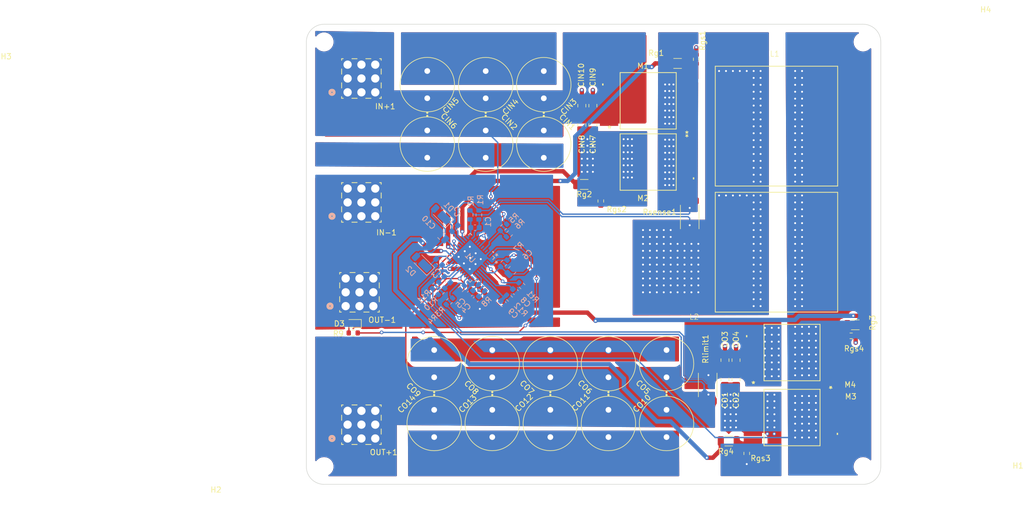
<source format=kicad_pcb>
(kicad_pcb (version 20221018) (generator pcbnew)
  (layers (0 "F.Cu" mixed) (1 "In1.Cu" power) (2 "In2.Cu" power) (31 "B.Cu" signal) (34 "B.Paste" user) (35 "F.Paste" user) (36 "B.SilkS" user "B.Silkscreen") (37 "F.SilkS" user "F.Silkscreen") (38 "B.Mask" user) (39 "F.Mask" user) (44 "Edge.Cuts" user))
  (net 0 "")
  (net 1 "/bst1")
  (net 2 "/sw1")
  (net 3 "IN-")
  (net 4 "IN+")
  (net 5 "/bst2")
  (net 6 "/sw2")
  (net 7 "/snsp1")
  (net 8 "/snsn1")
  (net 9 "/snsp2")
  (net 10 "/snsn2")
  (net 11 "OUT+")
  (net 12 "/gatevcc")
  (net 13 "/vdd")
  (net 14 "/ss")
  (net 15 "/imon")
  (net 16 "/vc1")
  (net 17 "/L+")
  (net 18 "/tg1")
  (net 19 "/bg1")
  (net 20 "/bg2")
  (net 21 "/tg2")
  (net 22 "/fb1")
  (net 23 "/en{slash}uvlo")
  (net 24 "/pwgd")
  (net 25 "/rt")
  (net 36 "Net-(C4-Pad1)")
  (net 37 "Net-(D3-A)")
  (net 38 "/gate1")
  (net 39 "/gate2")
  (net 40 "/gate3")
  (net 41 "/gate4")
  (net 42 "/MosOut")
  (footprint "Resistor_SMD:R_1206_3216Metric" (layer "F.Cu") (at 138.43 51.943 180)
    (fp_text reference "Rg1")
    (fp_text value "1")
  )
  (footprint "easyeda2kicad:Würth RedCube Terminals-7461094" (layer "F.Cu") (at 77.8256 80.01)
    (fp_text reference "IN-1")
    (fp_text value "7461094")
  )
  (footprint "Resistor_SMD:R_1206_3216Metric" (layer "F.Cu") (at 121.285 74.168 180)
    (fp_text reference "Rg2")
    (fp_text value "1")
  )
  (footprint "easyeda2kicad:IHLP8787MZER100M51" (layer "F.Cu") (at 156.655 63.64)
    (fp_text reference "L1")
    (fp_text value "28A 10uH ")
  )
  (footprint "Capacitor_SMD:C_0805_2012Metric" (layer "F.Cu") (at 149.162 109.995 -90)
    (fp_text reference "CO2")
    (fp_text value "4.7u")
  )
  (footprint "easyeda2kicad:EEH-AZS1H151B" (layer "F.Cu") (at 125.73 118.07 -90)
    (fp_text reference "CO11")
    (fp_text value "50V 150uF")
  )
  (footprint "Resistor_SMD:R_2512_6332Metric" (layer "F.Cu") (at 143.955 110.998 -90)
    (fp_text reference "Rlimit1")
    (fp_text value "2m")
  )
  (footprint "easyeda2kicad:PG-HDSOP-16-2" (layer "F.Cu") (at 159.449 116.980004)
    (fp_text reference "M3")
    (fp_text value "IPTC039N15NM5ATMA1")
  )
  (footprint "easyeda2kicad:EEH-AZS1H151B" (layer "F.Cu") (at 136.398 107.0865 90)
    (fp_text reference "CO5")
    (fp_text value "50V 150uF")
  )
  (footprint "Capacitor_SMD:C_0805_2012Metric" (layer "F.Cu") (at 120.841 63.259 -90)
    (fp_text reference "CIN8")
    (fp_text value "4.7u")
  )
  (footprint "Resistor_SMD:R_0603_1608Metric" (layer "F.Cu") (at 78.857522 101.445478)
    (fp_text reference "R9")
    (fp_text value "100")
  )
  (footprint "Capacitor_SMD:C_0805_2012Metric" (layer "F.Cu") (at 149.162 106.439 90)
    (fp_text reference "CO4")
    (fp_text value "4.7u")
  )
  (footprint "Capacitor_SMD:C_0805_2012Metric" (layer "F.Cu") (at 120.841 59.703 90)
    (fp_text reference "CIN10")
    (fp_text value "4.7u")
  )
  (footprint "easyeda2kicad:EEH-AZS1H151B" (layer "F.Cu") (at 103.188 55.8495 90)
    (fp_text reference "CIN4")
    (fp_text value "50V 150uF")
  )
  (footprint "easyeda2kicad:IHLP8787MZER100M51" (layer "F.Cu") (at 156.655 86.79)
    (fp_text reference "L2")
    (fp_text value "28A 10uH ")
  )
  (footprint "MountingHole:MountingHole_3mm" (layer "F.Cu") (at 73.5 126)
    (fp_text reference "H2")
    (fp_text value "MountingHole")
  )
  (footprint "easyeda2kicad:PG-HDSOP-16-2" (layer "F.Cu") (at 133.033 58.814 180)
    (fp_text reference "M1")
    (fp_text value "IPTC039N15NM5ATMA1")
  )
  (footprint "easyeda2kicad:EEH-AZS1H151B" (layer "F.Cu") (at 113.856 55.8495 90)
    (fp_text reference "CIN3")
    (fp_text value "50V 150uF")
  )
  (footprint "easyeda2kicad:EEH-AZS1H151B" (layer "F.Cu") (at 92.456 66.762 -90)
    (fp_text reference "CIN6")
    (fp_text value "50V 150uF")
  )
  (footprint "Capacitor_SMD:C_0805_2012Metric" (layer "F.Cu") (at 122.873 59.703 90)
    (fp_text reference "CIN9")
    (fp_text value "4.7u")
  )
  (footprint "easyeda2kicad:Würth RedCube Terminals-7461094" (layer "F.Cu") (at 77.47 96.52)
    (fp_text reference "OUT-1")
    (fp_text value "7461094")
  )
  (footprint "easyeda2kicad:Würth RedCube Terminals-7461094" (layer "F.Cu") (at 77.8256 120.8278)
    (fp_text reference "OUT+1")
    (fp_text value "7461094")
  )
  (footprint "LED_SMD:LED_0603_1608Metric" (layer "F.Cu") (at 78.857524 99.71827 180)
    (fp_text reference "D3")
    (fp_text value "LED")
  )
  (footprint "Resistor_SMD:R_1206_3216Metric" (layer "F.Cu") (at 147.828 121.285 180)
    (fp_text reference "Rg4")
    (fp_text value "1")
  )
  (footprint "MountingHole:MountingHole_3mm" (layer "F.Cu") (at 172.5 48)
    (fp_text reference "H4")
    (fp_text value "MountingHole")
  )
  (footprint "easyeda2kicad:PG-HDSOP-16-2" (layer "F.Cu") (at 133.033 70.055999)
    (fp_text reference "M2")
    (fp_text value "IPTC039N15NM5ATMA1")
  )
  (footprint "Capacitor_SMD:C_0805_2012Metric" (layer "F.Cu") (at 147.13 109.995 -90)
    (fp_text reference "CO1")
    (fp_text value "4.7u")
  )
  (footprint "MountingHole:MountingHole_3mm" (layer "F.Cu") (at 172.5 126)
    (fp_text reference "H1")
    (fp_text value "MountingHole")
  )
  (footprint "easyeda2kicad:PG-HDSOP-16-2" (layer "F.Cu") (at 159.449 105.042 180)
    (fp_text reference "M4")
    (fp_text value "IPTC039N15NM5ATMA1")
  )
  (footprint "Resistor_SMD:R_0603_1608Metric" (layer "F.Cu") (at 151.13 123.571 -90)
    (fp_text reference "Rgs3")
    (fp_text value "10k")
  )
  (footprint "Capacitor_SMD:C_0805_2012Metric" (layer "F.Cu") (at 147.13 106.439 90)
    (fp_text reference "CO3")
    (fp_text value "4.7u")
  )
  (footprint "easyeda2kicad:EEH-AZS1H151B" (layer "F.Cu") (at 93.726 107.0865 90)
    (fp_text reference "CO9")
    (fp_text value "50V 150uF")
  )
  (footprint "Resistor_SMD:R_0603_1608Metric" (layer "F.Cu") (at 170.307 101.981)
    (fp_text reference "Rgs4")
    (fp_text value "10k")
  )
  (footprint "easyeda2kicad:EEH-AZS1H151B" (layer "F.Cu") (at 103.188 66.7715 -90)
    (fp_text reference "CIN2")
    (fp_text value "50V 150uF")
  )
  (footprint "easyeda2kicad:EEH-AZS1H151B" (layer "F.Cu") (at 104.394 107.0865 90)
    (fp_text reference "CO8")
    (fp_text value "50V 150uF")
  )
  (footprint "Resistor_SMD:R_0603_1608Metric" (layer "F.Cu") (at 141.859 51.181 -90)
    (fp_text reference "Rgs1")
    (fp_text value "10k")
  )
  (footprint "easyeda2kicad:EEH-AZS1H151B" (layer "F.Cu") (at 125.73 107.0865 90)
    (fp_text reference "CO6")
    (fp_text value "50V 150uF")
  )
  (footprint "easyeda2kicad:EEH-AZS1H151B" (layer "F.Cu") (at 104.394 118.07 -90)
    (fp_text reference "CO13")
    (fp_text value "50V 150uF")
  )
  (footprint "easyeda2kicad:EEH-AZS1H151B" (layer "F.Cu") (at 92.456 55.84 90)
    (fp_text reference "CIN5")
    (fp_text value "50V 150uF")
  )
  (footprint "easyeda2kicad:EEH-AZS1H151B" (layer "F.Cu") (at 93.726 118.07 -90)
    (fp_text reference "CO14")
    (fp_text value "50V 150uF")
  )
  (footprint "Resistor_SMD:R_1206_3216Metric" (layer "F.Cu") (at 171.069 99.949 180)
    (fp_text reference "Rg3")
    (fp_text value "1")
  )
  (footprint "easyeda2kicad:Würth RedCube Terminals-7461094" (layer "F.Cu") (at 77.8256 57.2516)
    (fp_text reference "IN+1")
    (fp_text value "7461094")
  )
  (footprint "Resistor_SMD:R_0603_1608Metric" (layer "F.Cu") (at 124.333 77.216 90)
    (fp_text reference "Rgs2")
    (fp_text value "10k")
  )
  (footprint "MountingHole:MountingHole_3mm" (layer "F.Cu") (at 73.5 48)
    (fp_text reference "H3")
    (fp_text value "MountingHole")
  )
  (footprint "easyeda2kicad:EEH-AZS1H151B" (layer "F.Cu") (at 115.062 118.07 -90)
    (fp_text reference "CO12")
    (fp_text value "50V 150uF")
  )
  (footprint "easyeda2kicad:EEH-AZS1H151B" (layer "F.Cu") (at 113.856 66.7715 -90)
    (fp_text reference "CIN1")
    (fp_text value "50V 150uF")
  )
  (footprint "easyeda2kicad:EEH-AZS1H151B" (layer "F.Cu") (at 136.398 118.07 -90)
    (fp_text reference "CO10")
    (fp_text value "50V 150uF")
  )
  (footprint "Capacitor_SMD:C_0805_2012Metric" (layer "F.Cu") (at 122.873 63.259 -90)
    (fp_text reference "CIN7")
    (fp_text value "4.7u")
  )
  (footprint "easyeda2kicad:EEH-AZS1H151B" (layer "F.Cu") (at 115.062 107.0865 90)
    (fp_text reference "CO7")
    (fp_text value "50V 150uF")
  )
  (footprint "Resistor_SMD:R_2512_6332Metric" (layer "F.Cu") (at 140.653 80.15 -90)
    (fp_text reference "Rsense1")
    (fp_text value "0.5m 1% 5W")
  )
  (footprint "Diode_SMD:D_PowerDI-123" (layer "B.Cu") (at 91.447783 88.537855 135)
    (fp_text reference "D2")
    (fp_text value "DFLU-1200")
  )
  (footprint "Resistor_SMD:R_0603_1608Metric" (layer "B.Cu") (at 107.569 83.2104 45)
    (fp_text reference "R6")
    (fp_text value "10k")
  )
  (footprint "Resistor_SMD:R_0603_1608Metric" (layer "B.Cu") (at 96.520002 95.631 -135)
    (fp_text reference "R4")
    (fp_text value "270k 0.1% ")
  )
  (footprint "Capacitor_SMD:C_0603_1608Metric" (layer "B.Cu") (at 96.139 91.6432 135)
    (fp_text reference "C7" hide)
    (fp_text value "1u")
  )
  (footprint "Capacitor_SMD:C_0603_1608Metric" (layer "B.Cu") (at 101.219567 82.109722 180)
    (fp_text reference "C1")
    (fp_text value "1n")
  )
  (footprint "Resistor_SMD:R_0603_1608Metric" (layer "B.Cu") (at 107.576783 95.091056 135)
    (fp_text reference "R12")
    (fp_text value "21k")
  )
  (footprint "Resistor_SMD:R_0603_1608Metric" (layer "B.Cu") (at 106.457943 82.049785 45)
    (fp_text reference "R5")
    (fp_text value "120k")
  )
  (footprint "Capacitor_SMD:C_0805_2012Metric" (layer "B.Cu") (at 108.033983 89.934856 -135)
    (fp_text reference "C6")
    (fp_text value "4.7u")
  )
  (footprint "Capacitor_SMD:C_0603_1608Metric" (layer "B.Cu") (at 108.719783 93.948056 -45)
    (fp_text reference "C8")
    (fp_text value "22n")
  )
  (footprint "Capacitor_SMD:C_0603_1608Metric" (layer "B.Cu") (at 94.622783 88.410856 -45)
    (fp_text reference "C3")
    (fp_text value "220n")
  )
  (footprint "Resistor_SMD:R_0603_1608Metric" (layer "B.Cu") (at 100.321539 79.774855 -90)
    (fp_text reference "R2")
    (fp_text value "10")
  )
  (footprint "easyeda2kicad:PQFN40_UJ_ADI" (layer "B.Cu") (at 100.33 87.63 135)
    (fp_text reference "U1")
    (fp_text value "LT8210EUJ-PBF")
  )
  (footprint "Resistor_SMD:R_0603_1608Metric" (layer "B.Cu") (at 98.679001 93.345002 -135)
    (fp_text reference "R3")
    (fp_text value "10k 0.1%")
  )
  (footprint "Capacitor_SMD:C_0603_1608Metric" (layer "B.Cu") (at 101.368351 95.290522 -135)
    (fp_text reference "C4")
    (fp_text value "6.8n")
  )
  (footprint "Capacitor_SMD:C_0603_1608Metric" (layer "B.Cu") (at 106.49915 96.16869 -45)
    (fp_text reference "C9")
    (fp_text value "750p")
  )
  (footprint "Resistor_SMD:R_0603_1608Metric" (layer "B.Cu") (at 102.445983 93.135256 135)
    (fp_text reference "R8")
    (fp_text value "2.7k")
  )
  (footprint "Capacitor_SMD:C_0603_1608Metric" (layer "B.Cu") (at 100.290723 94.212887 -135)
    (fp_text reference "C5")
    (fp_text value "820p")
  )
  (footprint "Resistor_SMD:R_0603_1608Metric" (layer "B.Cu") (at 93.983735 92.72083 45)
    (fp_text reference "R11")
    (fp_text value "80")
  )
  (footprint "Capacitor_SMD:C_0805_2012Metric" (layer "B.Cu") (at 95.079983 83.584856 135)
    (fp_text reference "C10")
    (fp_text value "4.7u")
  )
  (footprint "Resistor_SMD:R_0603_1608Metric" (layer "B.Cu") (at 95.061365 93.798463 -135)
    (fp_text reference "R10")
    (fp_text value "80")
  )
  (footprint "Resistor_SMD:R_0603_1608Metric" (layer "B.Cu") (at 101.937983 79.774856 -90)
    (fp_text reference "R1")
    (fp_text value "10")
  )
  (footprint "Capacitor_SMD:C_0603_1608Metric" (layer "B.Cu") (at 97.526941 82.221814 45)
    (fp_text reference "C2")
    (fp_text value "220n")
  )
  (footprint "Resistor_SMD:R_0603_1608Metric" (layer "B.Cu") (at 109.862783 92.805056 -45)
    (fp_text reference "Rt1")
    (fp_text value "110K")
  )
  (footprint "Diode_SMD:D_PowerDI-123" (layer "B.Cu") (at 94.986942 79.681815 135)
    (fp_text reference "D1")
    (fp_text value "DFLU-1200")
  )
  (footprint "Resistor_SMD:R_0603_1608Metric" (layer "B.Cu") (at 106.509983 88.664856 45)
    (fp_text reference "R7")
    (fp_text value "10k")
  )
  (gr_poly (pts (arc (start 175.75 126) (mid 174.798097 128.298097) (end 172.5 129.25)) (arc (start 73.5 129.25) (mid 71.201903 128.298097) (end 70.25 126)) (arc (start 70.25 48) (mid 71.201903 45.701903) (end 73.5 44.75)) (arc (start 172.5 44.75) (mid 174.798097 45.701903) (end 175.75 48))) (stroke (width 0.1)) (fill none) (layer "Edge.Cuts"))
  (segment (start 96.978933 82.769822) (end 96.978933 82.805733) (width 0.25) (layer "B.Cu") (net 1))
  (segment (start 96.978933 81.673806) (end 95.587983 80.282856) (width 0.25) (layer "B.Cu") (net 1))
  (segment (start 96.978933 82.769822) (end 96.978933 81.673806) (width 0.25) (layer "B.Cu") (net 1))
  (segment (start 96.978933 82.805733) (end 97.624949 83.451749) (width 0.25) (layer "B.Cu") (net 1))
  (segment (start 97.624949 83.864288) (end 98.776911 85.01625) (width 0.25) (layer "B.Cu") (net 1))
  (segment (start 97.624949 83.451749) (end 97.624949 83.864288) (width 0.25) (layer "B.Cu") (net 1))
  (via (at 136.144 68.352) (size 0.6604) (drill 0.3556) (layers "F.Cu" "B.Cu") (net 2))
  (via (at 136.906 73.152) (size 0.6604) (drill 0.3556) (layers "F.Cu" "B.Cu") (net 2))
  (via (at 136.144 60.613999) (size 0.6604) (drill 0.3556) (layers "F.Cu" "B.Cu") (net 2))
  (via (at 137.668 71.952) (size 0.6604) (drill 0.3556) (layers "F.Cu" "B.Cu") (net 2))
  (via (at 136.906 60.613999) (size 0.6604) (drill 0.3556) (layers "F.Cu" "B.Cu") (net 2))
  (via (at 136.144 73.152) (size 0.6604) (drill 0.3556) (layers "F.Cu" "B.Cu") (net 2))
  (via (at 136.906 58.213999) (size 0.6604) (drill 0.3556) (layers "F.Cu" "B.Cu") (net 2))
  (via (at 136.144 61.813999) (size 0.6604) (drill 0.3556) (layers "F.Cu" "B.Cu") (net 2))
  (via (at 136.144 65.952002) (size 0.6604) (drill 0.3556) (layers "F.Cu" "B.Cu") (net 2))
  (via (at 136.144 71.952) (size 0.6604) (drill 0.3556) (layers "F.Cu" "B.Cu") (net 2))
  (via (at 140.653 78.486) (size 0.6604) (drill 0.3556) (layers "F.Cu" "B.Cu") (net 2))
  (via (at 137.668 63.013999) (size 0.6604) (drill 0.3556) (layers "F.Cu" "B.Cu") (net 2))
  (via (at 136.906 69.552) (size 0.6604) (drill 0.3556) (layers "F.Cu" "B.Cu") (net 2))
  (via (at 136.144 74.295) (size 0.6604) (drill 0.3556) (layers "F.Cu" "B.Cu") (net 2))
  (via (at 136.906 55.814001) (size 0.6604) (drill 0.3556) (layers "F.Cu" "B.Cu") (net 2))
  (via (at 137.668 73.152) (size 0.6604) (drill 0.3556) (layers "F.Cu" "B.Cu") (net 2))
  (via (at 136.906 59.413999) (size 0.6604) (drill 0.3556) (layers "F.Cu" "B.Cu") (net 2))
  (via (at 137.668 68.352) (size 0.6604) (drill 0.3556) (layers "F.Cu" "B.Cu") (net 2))
  (via (at 136.906 57.013999) (size 0.6604) (drill 0.3556) (layers "F.Cu" "B.Cu") (net 2))
  (via (at 137.668 60.613999) (size 0.6604) (drill 0.3556) (layers "F.Cu" "B.Cu") (net 2))
  (via (at 136.144 57.013999) (size 0.6604) (drill 0.3556) (layers "F.Cu" "B.Cu") (net 2))
  (via (at 136.144 69.552) (size 0.6604) (drill 0.3556) (layers "F.Cu" "B.Cu") (net 2))
  (via (at 136.906 74.295) (size 0.6604) (drill 0.3556) (layers "F.Cu" "B.Cu") (net 2))
  (via (at 136.144 67.152) (size 0.6604) (drill 0.3556) (layers "F.Cu" "B.Cu") (net 2))
  (via (at 137.668 55.814001) (size 0.6604) (drill 0.3556) (layers "F.Cu" "B.Cu") (net 2))
  (via (at 137.668 57.013999) (size 0.6604) (drill 0.3556) (layers "F.Cu" "B.Cu") (net 2))
  (via (at 137.668 61.813999) (size 0.6604) (drill 0.3556) (layers "F.Cu" "B.Cu") (net 2))
  (via (at 136.906 70.752) (size 0.6604) (drill 0.3556) (layers "F.Cu" "B.Cu") (net 2))
  (via (at 136.906 63.013999) (size 0.6604) (drill 0.3556) (layers "F.Cu" "B.Cu") (net 2))
  (via (at 136.906 61.813999) (size 0.6604) (drill 0.3556) (layers "F.Cu" "B.Cu") (net 2))
  (via (at 136.906 68.352) (size 0.6604) (drill 0.3556) (layers "F.Cu" "B.Cu") (net 2))
  (via (at 136.906 71.952) (size 0.6604) (drill 0.3556) (layers "F.Cu" "B.Cu") (net 2))
  (via (at 137.668 70.752) (size 0.6604) (drill 0.3556) (layers "F.Cu" "B.Cu") (net 2))
  (via (at 136.144 70.752) (size 0.6604) (drill 0.3556) (layers "F.Cu" "B.Cu") (net 2))
  (via (at 137.668 69.552) (size 0.6604) (drill 0.3556) (layers "F.Cu" "B.Cu") (net 2))
  (via (at 137.668 74.295) (size 0.6604) (drill 0.3556) (layers "F.Cu" "B.Cu") (net 2))
  (via (at 136.144 55.814001) (size 0.6604) (drill 0.3556) (layers "F.Cu" "B.Cu") (net 2))
  (via (at 136.906 65.952002) (size 0.6604) (drill 0.3556) (layers "F.Cu" "B.Cu") (net 2))
  (via (at 137.668 59.413999) (size 0.6604) (drill 0.3556) (layers "F.Cu" "B.Cu") (net 2))
  (via (at 136.144 63.013999) (size 0.6604) (drill 0.3556) (layers "F.Cu" "B.Cu") (net 2))
  (via (at 137.668 67.152) (size 0.6604) (drill 0.3556) (layers "F.Cu" "B.Cu") (net 2))
  (via (at 136.144 59.413999) (size 0.6604) (drill 0.3556) (layers "F.Cu" "B.Cu") (net 2))
  (via (at 136.144 58.213999) (size 0.6604) (drill 0.3556) (layers "F.Cu" "B.Cu") (net 2))
  (via (at 137.668 58.213999) (size 0.6604) (drill 0.3556) (layers "F.Cu" "B.Cu") (net 2))
  (via (at 136.906 67.152) (size 0.6604) (drill 0.3556) (layers "F.Cu" "B.Cu") (net 2))
  (via (at 137.668 65.952002) (size 0.6604) (drill 0.3556) (layers "F.Cu" "B.Cu") (net 2))
  (segment (start 98.074949 81.673806) (end 98.074949 78.607451) (width 0.25) (layer "B.Cu") (net 2))
  (segment (start 100.534327 77.5462) (end 101.937983 78.949856) (width 0.25) (layer "B.Cu") (net 2))
  (segment (start 140.462 79.629) (end 117.349396 79.629) (width 0.25) (layer "B.Cu") (net 2))
  (segment (start 114.740396 77.02) (end 105.731604 77.02) (width 0.25) (layer "B.Cu") (net 2))
  (segment (start 103.801748 78.949856) (end 101.937983 78.949856) (width 0.25) (layer "B.Cu") (net 2))
  (segment (start 98.074949 82.733349) (end 98.074949 83.607182) (width 0.25) (layer "B.Cu") (net 2))
  (segment (start 98.074949 83.607182) (end 99.130464 84.662697) (width 0.25) (layer "B.Cu") (net 2))
  (segment (start 140.653 79.438) (end 140.462 79.629) (width 0.25) (layer "B.Cu") (net 2))
  (segment (start 105.731604 77.02) (end 103.801748 78.949856) (width 0.25) (layer "B.Cu") (net 2))
  (segment (start 117.349396 79.629) (end 114.740396 77.02) (width 0.25) (layer "B.Cu") (net 2))
  (segment (start 98.074949 78.607451) (end 99.1362 77.5462) (width 0.25) (layer "B.Cu") (net 2))
  (segment (start 97.663 82.085755) (end 97.663 82.3214) (width 0.25) (layer "B.Cu") (net 2))
  (segment (start 97.663 82.3214) (end 98.074949 82.733349) (width 0.25) (layer "B.Cu") (net 2))
  (segment (start 140.653 78.486) (end 140.653 79.438) (width 0.25) (layer "B.Cu") (net 2))
  (segment (start 98.074949 81.673806) (end 97.663 82.085755) (width 0.25) (layer "B.Cu") (net 2))
  (segment (start 99.1362 77.5462) (end 100.534327 77.5462) (width 0.25) (layer "B.Cu") (net 2))
  (segment (start 122.873 58.753) (end 122.873 56.833) (width 0.8) (layer "F.Cu") (net 3))
  (segment (start 120.841 58.753) (end 122.873 58.753) (width 0.8) (layer "F.Cu") (net 3))
  (segment (start 151.13 124.396) (end 151.13 125.5268) (width 0.8) (layer "F.Cu") (net 3))
  (segment (start 171.132 103.2378) (end 171.1452 103.251) (width 0.8) (layer "F.Cu") (net 3))
  (segment (start 120.841 64.209) (end 122.873 64.209) (width 0.8) (layer "F.Cu") (net 3))
  (segment (start 147.13 105.489) (end 147.13 103.8728) (width 0.8) (layer "F.Cu") (net 3))
  (segment (start 147.13 110.945) (end 149.162 110.945) (width 0.8) (layer "F.Cu") (net 3))
  (segment (start 122.873 64.209) (end 122.873 65.856) (width 0.8) (layer "F.Cu") (net 3))
  (segment (start 122.873 56.833) (end 122.8598 56.8198) (width 0.8) (layer "F.Cu") (net 3))
  (segment (start 149.162 110.945) (end 149.162 112.780005) (width 0.8) (layer "F.Cu") (net 3))
  (segment (start 171.132 101.981) (end 171.132 103.2378) (width 0.8) (layer "F.Cu") (net 3))
  (segment (start 149.162 103.8982) (end 149.1742 103.886) (width 0.8) (layer "F.Cu") (net 3))
  (segment (start 120.841 64.209) (end 120.841 65.856) (width 0.8) (layer "F.Cu") (net 3))
  (segment (start 147.13 103.8728) (end 147.1422 103.8606) (width 0.8) (layer "F.Cu") (net 3))
  (segment (start 141.859 50.356) (end 141.859 48.9712) (width 0.8) (layer "F.Cu") (net 3))
  (segment (start 149.162 105.489) (end 149.162 103.8982) (width 0.8) (layer "F.Cu") (net 3))
  (segment (start 120.841 58.753) (end 120.841 56.8198) (width 0.8) (layer "F.Cu") (net 3))
  (segment (start 147.13 110.945) (end 147.13 112.780005) (width 0.8) (layer "F.Cu") (net 3))
  (via (at 100.33 87.6554) (size 0.6604) (drill 0.3556) (layers "F.Cu" "B.Cu") (net 3))
  (via (at 151.13 125.5268) (size 0.6604) (drill 0.3556) (layers "F.Cu" "B.Cu") (net 3))
  (via (at 121.8692 71.856) (size 0.6604) (drill 0.3556) (layers "F.Cu" "B.Cu") (net 3))
  (via (at 156.21 118.780005) (size 0.6604) (drill 0.3556) (layers "F.Cu" "B.Cu") (net 3))
  (via (at 128.524 69.456) (size 0.6604) (drill 0.3556) (layers "F.Cu" "B.Cu") (net 3))
  (via (at 154.94 112.780005) (size 0.6604) (drill 0.3556) (layers "F.Cu" "B.Cu") (net 3))
  (via (at 130.048 68.256) (size 0.6604) (drill 0.3556) (layers "F.Cu" "B.Cu") (net 3))
  (via (at 121.8692 70.656) (size 0.6604) (drill 0.3556) (layers "F.Cu" "B.Cu") (net 3))
  (via (at 154.94 118.780005) (size 0.6604) (drill 0.3556) (layers "F.Cu" "B.Cu") (net 3))
  (via (at 120.841 68.256) (size 0.6604) (drill 0.3556) (layers "F.Cu" "B.Cu") (net 3))
  (via (at 129.286 67.056) (size 0.6604) (drill 0.3556) (layers "F.Cu" "B.Cu") (net 3))
  (via (at 147.13 113.980005) (size 0.6604) (drill 0.3556) (layers "F.Cu" "B.Cu") (net 3))
  (via (at 149.162 116.380005) (size 0.6604) (drill 0.3556) (layers "F.Cu" "B.Cu") (net 3))
  (via (at 100.2538 89.7128) (size 0.6604) (drill 0.3556) (layers "F.Cu" "B.Cu") (net 3))
  (via (at 120.841 71.856) (size 0.6604) (drill 0.3556) (layers "F.Cu" "B.Cu") (net 3))
  (via (at 156.21 117.580005) (size 0.6604) (drill 0.3556) (layers "F.Cu" "B.Cu") (net 3))
  (via (at 149.162 113.980005) (size 0.6604) (drill 0.3556) (layers "F.Cu" "B.Cu") (net 3))
  (via (at 100.2792 85.6234) (size 0.6604) (drill 0.3556) (layers "F.Cu" "B.Cu") (net 3))
  (via (at 130.048 71.856) (size 0.6604) (drill 0.3556) (layers "F.Cu" "B.Cu") (net 3))
  (via (at 129.286 71.856) (size 0.6604) (drill 0.3556) (layers "F.Cu" "B.Cu") (net 3))
  (via (at 129.286 65.856) (size 0.6604) (drill 0.3556) (layers "F.Cu" "B.Cu") (net 3))
  (via (at 122.873 70.656) (size 0.6604) (drill 0.3556) (layers "F.Cu" "B.Cu") (net 3))
  (via (at 99.3394 86.4362) (size 0.6604) (drill 0.3556) (layers "F.Cu" "B.Cu") (net 3))
  (via (at 148.1582 117.580005) (size 0.6604) (drill 0.3556) (layers "F.Cu" "B.Cu") (net 3))
  (via (at 121.8692 68.256) (size 0.6604) (drill 0.3556) (layers "F.Cu" "B.Cu") (net 3))
  (via (at 130.048 67.056) (size 0.6604) (drill 0.3556) (layers "F.Cu" "B.Cu") (net 3))
  (via (at 147.13 118.780005) (size 0.6604) (drill 0.3556) (layers "F.Cu" "B.Cu") (net 3))
  (via (at 130.048 70.656) (size 0.6604) (drill 0.3556) (layers "F.Cu" "B.Cu") (net 3))
  (via (at 154.9146 119.980003) (size 0.6604) (drill 0.3556) (layers "F.Cu" "B.Cu") (net 3))
  (via (at 121.8692 65.856) (size 0.6604) (drill 0.3556) (layers "F.Cu" "B.Cu") (net 3))
  (via (at 147.13 115.180005) (size 0.6604) (drill 0.3556) (layers "F.Cu" "B.Cu") (net 3))
  (via (at 149.162 112.780005) (size 0.6604) (drill 0.3556) (layers "F.Cu" "B.Cu") (net 3))
  (via (at 128.524 71.856) (size 0.6604) (drill 0.3556) (layers "F.Cu" "B.Cu") (net 3))
  (via (at 102.2858 87.884) (size 0.6604) (drill 0.3556) (layers "F.Cu" "B.Cu") (net 3))
  (via (at 122.873 65.856) (size 0.6604) (drill 0.3556) (layers "F.Cu" "B.Cu") (net 3))
  (via (at 122.873 71.856) (size 0.6604) (drill 0.3556) (layers "F.Cu" "B.Cu") (net 3))
  (via (at 121.8692 69.456) (size 0.6604) (drill 0.3556) (layers "F.Cu" "B.Cu") (net 3))
  (via (at 129.286 68.256) (size 0.6604) (drill 0.3556) (layers "F.Cu" "B.Cu") (net 3))
  (via (at 130.048 72.898) (size 0.6604) (drill 0.3556) (layers "F.Cu" "B.Cu") (net 3))
  (via (at 122.873 69.456) (size 0.6604) (drill 0.3556) (layers "F.Cu" "B.Cu") (net 3))
  (via (at 156.21 116.380005) (size 0.6604) (drill 0.3556) (layers "F.Cu" "B.Cu") (net 3))
  (via (at 120.841 56.8198) (size 0.6604) (drill 0.3556) (layers "F.Cu" "B.Cu") (net 3))
  (via (at 129.286 70.656) (size 0.6604) (drill 0.3556) (layers "F.Cu" "B.Cu") (net 3))
  (via (at 128.524 70.656) (size 0.6604) (drill 0.3556) (layers "F.Cu" "B.Cu") (net 3))
  (via (at 148.1582 118.780005) (size 0.6604) (drill 0.3556) (layers "F.Cu" "B.Cu") (net 3))
  (via (at 148.1582 112.780005) (size 0.6604) (drill 0.3556) (layers "F.Cu" "B.Cu") (net 3))
  (via (at 141.859 48.9712) (size 0.6604) (drill 0.3556) (layers "F.Cu" "B.Cu") (net 3))
  (via (at 120.841 69.456) (size 0.6604) (drill 0.3556) (layers "F.Cu" "B.Cu") (net 3))
  (via (at 128.524 68.256) (size 0.6604) (drill 0.3556) (layers "F.Cu" "B.Cu") (net 3))
  (via (at 148.1582 113.980005) (size 0.6604) (drill 0.3556) (layers "F.Cu" "B.Cu") (net 3))
  (via (at 120.841 67.056) (size 0.6604) (drill 0.3556) (layers "F.Cu" "B.Cu") (net 3))
  (via (at 148.1582 115.180005) (size 0.6604) (drill 0.3556) (layers "F.Cu" "B.Cu") (net 3))
  (via (at 149.162 115.180005) (size 0.6604) (drill 0.3556) (layers "F.Cu" "B.Cu") (net 3))
  (via (at 129.286 69.456) (size 0.6604) (drill 0.3556) (layers "F.Cu" "B.Cu") (net 3))
  (via (at 149.162 118.780005) (size 0.6604) (drill 0.3556) (layers "F.Cu" "B.Cu") (net 3))
  (via (at 154.94 113.980005) (size 0.6604) (drill 0.3556) (layers "F.Cu" "B.Cu") (net 3))
  (via (at 147.1422 103.8606) (size 0.6604) (drill 0.3556) (layers "F.Cu" "B.Cu") (net 3))
  (via (at 156.1846 119.980003) (size 0.6604) (drill 0.3556) (layers "F.Cu" "B.Cu") (net 3))
  (via (at 154.94 116.380005) (size 0.6604) (drill 0.3556) (layers "F.Cu" "B.Cu") (net 3))
  (via (at 129.286 72.898) (size 0.6604) (drill 0.3556) (layers "F.Cu" "B.Cu") (net 3))
  (via (at 154.94 117.580005) (size 0.6604) (drill 0.3556) (layers "F.Cu" "B.Cu") (net 3))
  (via (at 154.94 115.180005) (size 0.6604) (drill 0.3556) (layers "F.Cu" "B.Cu") (net 3))
  (via (at 156.21 112.780005) (size 0.6604) (drill 0.3556) (layers "F.Cu" "B.Cu") (net 3))
  (via (at 101.346 86.8172) (size 0.6604) (drill 0.3556) (layers "F.Cu" "B.Cu") (net 3))
  (via (at 102.108 97.028) (size 0.6604) (drill 0.3556) (layers "F.Cu" "B.Cu") (net 3))
  (via (at 120.841 70.656) (size 0.6604) (drill 0.3556) (layers "F.Cu" "B.Cu") (net 3))
  (via (at 98.2218 87.4776) (size 0.6604) (drill 0.3556) (layers "F.Cu" "B.Cu") (net 3))
  (via (at 149.162 117.580005) (size 0.6604) (drill 0.3556) (layers "F.Cu" "B.Cu") (net 3))
  (via (at 156.21 113.980005) (size 0.6604) (drill 0.3556) (layers "F.Cu" "B.Cu") (net 3))
  (via (at 120.841 65.856) (size 0.6604) (drill 0.3556) (layers "F.Cu" "B.Cu") (net 3))
  (via (at 130.048 65.856) (size 0.6604) (drill 0.3556) (layers "F.Cu" "B.Cu") (net 3))
  (via (at 149.1742 103.886) (size 0.6604) (drill 0.3556) (layers "F.Cu" "B.Cu") (net 3))
  (via (at 122.873 67.056) (size 0.6604) (drill 0.3556) (layers "F.Cu" "B.Cu") (net 3))
  (via (at 128.524 67.056) (size 0.6604) (drill 0.3556) (layers "F.Cu" "B.Cu") (net 3))
  (via (at 99.187 88.6714) (size 0.6604) (drill 0.3556) (layers "F.Cu" "B.Cu") (net 3))
  (via (at 147.13 112.780005) (size 0.6604) (drill 0.3556) (layers "F.Cu" "B.Cu") (net 3))
  (via (at 101.3206 88.7984) (size 0.6604) (drill 0.3556) (layers "F.Cu" "B.Cu") (net 3))
  (via (at 128.524 65.856) (size 0.6604) (drill 0.3556) (layers "F.Cu" "B.Cu") (net 3))
  (via (at 148.1582 116.380005) (size 0.6604) (drill 0.3556) (layers "F.Cu" "B.Cu") (net 3))
  (via (at 122.873 68.256) (size 0.6604) (drill 0.3556) (layers "F.Cu" "B.Cu") (net 3))
  (via (at 147.13 116.380005) (size 0.6604) (drill 0.3556) (layers "F.Cu" "B.Cu") (net 3))
  (via (at 147.13 117.580005) (size 0.6604) (drill 0.3556) (layers "F.Cu" "B.Cu") (net 3))
  (via (at 122.873 56.8198) (size 0.6604) (drill 0.3556) (layers "F.Cu" "B.Cu") (net 3))
  (via (at 156.21 115.180005) (size 0.6604) (drill 0.3556) (layers "F.Cu" "B.Cu") (net 3))
  (via (at 128.524 72.898) (size 0.6604) (drill 0.3556) (layers "F.Cu" "B.Cu") (net 3))
  (via (at 121.8692 67.056) (size 0.6604) (drill 0.3556) (layers "F.Cu" "B.Cu") (net 3))
  (via (at 171.1452 103.251) (size 0.6604) (drill 0.3556) (layers "F.Cu" "B.Cu") (net 3))
  (via (at 130.048 69.456) (size 0.6604) (drill 0.3556) (layers "F.Cu" "B.Cu") (net 3))
  (segment (start 100.6094 87.63) (end 100.33 87.63) (width 0.2) (layer "B.Cu") (net 3))
  (segment (start 110.375437 93.388419) (end 110.446146 93.388419) (width 0.2) (layer "B.Cu") (net 3))
  (segment (start 107.047158 96.716698) (end 110.375437 93.388419) (width 0.2) (layer "B.Cu") (net 3))
  (segment (start 100.33 87.6554) (end 100.33 87.63) (width 0.2) (layer "B.Cu") (net 3))
  (segment (start 99.6696 87.4522) (end 99.8474 87.63) (width 0.2) (layer "B.Cu") (net 3))
  (segment (start 101.4222 87.63) (end 101.0158 87.2236) (width 0.2) (layer "B.Cu") (net 3))
  (segment (start 102.804873 87.63) (end 101.4222 87.63) (width 0.2) (layer "B.Cu") (net 3))
  (segment (start 97.855127 87.63) (end 99.4918 87.63) (width 0.2) (layer "B.Cu") (net 3))
  (segment (start 103.650856 86.784017) (end 102.804873 87.63) (width 0.25) (layer "B.Cu") (net 3))
  (segment (start 103.511982 87.63) (end 100.33 87.63) (width 0.25) (layer "B.Cu") (net 3))
  (segment (start 99.8474 87.63) (end 100.33 87.6554) (width 0.2) (layer "B.Cu") (net 3))
  (segment (start 104.00441 88.122428) (end 103.511982 87.63) (width 0.25) (layer "B.Cu") (net 3))
  (segment (start 99.4918 87.63) (end 99.6696 87.4522) (width 0.2) (layer "B.Cu") (net 3))
  (segment (start 101.0158 87.2236) (end 100.6094 87.63) (width 0.2) (layer "B.Cu") (net 3))
  (segment (start 97.009144 86.784017) (end 97.855127 87.63) (width 0.25) (layer "B.Cu") (net 3))
  (segment (start 100.91853 95.83853) (end 102.108 97.028) (width 0.2) (layer "B.Cu") (net 3))
  (segment (start 97.009144 86.784017) (end 97.001361 86.7918) (width 0.25) (layer "B.Cu") (net 3))
  (segment (start 100.820343 95.83853) (end 100.91853 95.83853) (width 0.2) (layer "B.Cu") (net 3))
  (segment (start 104.14 77.2414) (end 104.14 76.3524) (width 0.2) (layer "F.Cu") (net 4))
  (segment (start 106.5022 79.6036) (end 104.14 77.2414) (width 0.2) (layer "F.Cu") (net 4))
  (segment (start 106.5022 79.6036) (end 106.5022 79.8068) (width 0.2) (layer "F.Cu") (net 4))
  (segment (start 102.7938 83.5152) (end 102.7938 83.566) (width 0.2) (layer "F.Cu") (net 4))
  (segment (start 106.5022 79.8068) (end 102.7938 83.5152) (width 0.2) (layer "F.Cu") (net 4))
  (via locked (at 102.7938 83.566) (size 0.6604) (drill 0.3556) (layers "F.Cu" "B.Cu") (net 4))
  (via (at 104.14 76.3524) (size 0.6604) (drill 0.3556) (layers "F.Cu" "B.Cu") (net 4))
  (via (at 106.5022 79.6036) (size 0.6604) (drill 0.3556) (layers "F.Cu" "B.Cu") (net 4))
  (segment (start 104.14 76.3524) (end 104.14 75.438) (width 0.25) (layer "B.Cu") (net 4))
  (segment (start 106.5022 80.927316) (end 107.041306 81.466422) (width 0.2) (layer "B.Cu") (net 4))
  (segment (start 103.1494 83.9216) (end 102.7938 83.566) (width 0.25) (layer "B.Cu") (net 4))
  (segment (start 105.41 66.4935) (end 103.188 64.2715) (width 0.25) (layer "B.Cu") (net 4))
  (segment (start 104.14 75.438) (end 105.41 74.168) (width 0.25) (layer "B.Cu") (net 4))
  (segment (start 103.1494 84.457047) (end 103.1494 83.9216) (width 0.25) (layer "B.Cu") (net 4))
  (segment (start 105.41 74.168) (end 105.41 66.4935) (width 0.25) (layer "B.Cu") (net 4))
  (segment (start 101.9302 83.9216) (end 102.2858 83.566) (width 0.25) (layer "B.Cu") (net 4))
  (segment (start 106.5022 79.6036) (end 106.5022 80.927316) (width 0.2) (layer "B.Cu") (net 4))
  (segment (start 101.9302 84.262033) (end 101.9302 83.9216) (width 0.25) (layer "B.Cu") (net 4))
  (segment (start 102.2858 83.566) (end 102.7938 83.566) (width 0.25) (layer "B.Cu") (net 4))
  (segment (start 102.236643 85.369804) (end 103.1494 84.457047) (width 0.25) (layer "B.Cu") (net 4))
  (segment (start 101.529536 84.662697) (end 101.9302 84.262033) (width 0.25) (layer "B.Cu") (net 4))
  (segment (start 94.561623 87.376) (end 94.074775 87.862848) (width 0.25) (layer "B.Cu") (net 5))
  (segment (start 92.798727 89.138896) (end 94.074775 87.862848) (width 0.25) (layer "B.Cu") (net 5))
  (segment (start 92.048824 89.138896) (end 92.798727 89.138896) (width 0.25) (layer "B.Cu") (net 5))
  (segment (start 96.65559 88.122428) (end 95.909162 87.376) (width 0.25) (layer "B.Cu") (net 5))
  (segment (start 95.909162 87.376) (end 94.561623 87.376) (width 0.25) (layer "B.Cu") (net 5))
  (via (at 161.29 88.9) (size 0.6604) (drill 0.3556) (layers "F.Cu" "B.Cu") (net 6))
  (via (at 161.29 115.57) (size 0.6604) (drill 0.3556) (layers "F.Cu" "B.Cu") (net 6))
  (via (at 161.29 69.85) (size 0.6604) (drill 0.3556) (layers "F.Cu" "B.Cu") (net 6))
  (via (at 161.29 96.52) (size 0.6604) (drill 0.3556) (layers "F.Cu" "B.Cu") (net 6))
  (via (at 162.56 102.87) (size 0.6604) (drill 0.3556) (layers "F.Cu" "B.Cu") (net 6))
  (via (at 161.29 109.22) (size 0.6604) (drill 0.3556) (layers "F.Cu" "B.Cu") (net 6))
  (via (at 161.29 60.96) (size 0.6604) (drill 0.3556) (layers "F.Cu" "B.Cu") (net 6))
  (via (at 161.29 71.12) (size 0.6604) (drill 0.3556) (layers "F.Cu" "B.Cu") (net 6))
  (via (at 160.02 58.42) (size 0.6604) (drill 0.3556) (layers "F.Cu" "B.Cu") (net 6))
  (via (at 161.29 64.77) (size 0.6604) (drill 0.3556) (layers "F.Cu" "B.Cu") (net 6))
  (via (at 162.56 104.14) (size 0.6604) (drill 0.3556) (layers "F.Cu" "B.Cu") (net 6))
  (via (at 160.02 72.39) (size 0.6604) (drill 0.3556) (layers "F.Cu" "B.Cu") (net 6))
  (via (at 161.29 91.44) (size 0.6604) (drill 0.3556) (layers "F.Cu" "B.Cu") (net 6))
  (via (at 161.29 58.42) (size 0.6604) (drill 0.3556) (layers "F.Cu" "B.Cu") (net 6))
  (via (at 163.83 105.41) (size 0.6604) (drill 0.3556) (layers "F.Cu" "B.Cu") (net 6))
  (via (at 161.29 57.15) (size 0.6604) (drill 0.3556) (layers "F.Cu" "B.Cu") (net 6))
  (via (at 162.56 115.57) (size 0.6604) (drill 0.3556) (layers "F.Cu" "B.Cu") (net 6))
  (via (at 161.29 113.03) (size 0.6604) (drill 0.3556) (layers "F.Cu" "B.Cu") (net 6))
  (via (at 161.29 76.2) (size 0.6604) (drill 0.3556) (layers "F.Cu" "B.Cu") (net 6))
  (via (at 160.02 93.98) (size 0.6604) (drill 0.3556) (layers "F.Cu" "B.Cu") (net 6))
  (via (at 161.29 72.39) (size 0.6604) (drill 0.3556) (layers "F.Cu" "B.Cu") (net 6))
  (via (at 161.29 102.87) (size 0.6604) (drill 0.3556) (layers "F.Cu" "B.Cu") (net 6))
  (via (at 160.02 115.57) (size 0.6604) (drill 0.3556) (layers "F.Cu" "B.Cu") (net 6))
  (via (at 163.83 120.65) (size 0.6604) (drill 0.3556) (layers "F.Cu" "B.Cu") (net 6))
  (via (at 160.02 78.74) (size 0.6604) (drill 0.3556) (layers "F.Cu" "B.Cu") (net 6))
  (via (at 161.29 77.47) (size 0.6604) (drill 0.3556) (layers "F.Cu" "B.Cu") (net 6))
  (via (at 163.83 113.03) (size 0.6604) (drill 0.3556) (layers "F.Cu" "B.Cu") (net 6))
  (via (at 160.02 53.34) (size 0.6604) (drill 0.3556) (layers "F.Cu" "B.Cu") (net 6))
  (via (at 160.02 73.66) (size 0.6604) (drill 0.3556) (layers "F.Cu" "B.Cu") (net 6))
  (via (at 161.29 104.14) (size 0.6604) (drill 0.3556) (layers "F.Cu" "B.Cu") (net 6))
  (via (at 161.29 73.66) (size 0.6604) (drill 0.3556) (layers "F.Cu" "B.Cu") (net 6))
  (via (at 160.02 92.71) (size 0.6604) (drill 0.3556) (layers "F.Cu" "B.Cu") (net 6))
  (via (at 161.29 106.68) (size 0.6604) (drill 0.3556) (layers "F.Cu" "B.Cu") (net 6))
  (via (at 160.02 55.88) (size 0.6604) (drill 0.3556) (layers "F.Cu" "B.Cu") (net 6))
  (via (at 161.29 78.74) (size 0.6604) (drill 0.3556) (layers "F.Cu" "B.Cu") (net 6))
  (via (at 161.29 55.88) (size 0.6604) (drill 0.3556) (layers "F.Cu" "B.Cu") (net 6))
  (via (at 161.29 120.65) (size 0.6604) (drill 0.3556) (layers "F.Cu" "B.Cu") (net 6))
  (via (at 162.56 101.6) (size 0.6604) (drill 0.3556) (layers "F.Cu" "B.Cu") (net 6))
  (via (at 160.02 91.44) (size 0.6604) (drill 0.3556) (layers "F.Cu" "B.Cu") (net 6))
  (via (at 160.02 100.33) (size 0.6604) (drill 0.3556) (layers "F.Cu" "B.Cu") (net 6))
  (via (at 163.83 119.38) (size 0.6604) (drill 0.3556) (layers "F.Cu" "B.Cu") (net 6))
  (via (at 163.83 104.14) (size 0.6604) (drill 0.3556) (layers "F.Cu" "B.Cu") (net 6))
  (via (at 163.83 107.95) (size 0.6604) (drill 0.3556) (layers "F.Cu" "B.Cu") (net 6))
  (via (at 161.29 119.38) (size 0.6604) (drill 0.3556) (layers "F.Cu" "B.Cu") (net 6))
  (via (at 160.02 82.55) (size 0.6604) (drill 0.3556) (layers "F.Cu" "B.Cu") (net 6))
  (via (at 161.29 101.6) (size 0.6604) (drill 0.3556) (layers "F.Cu" "B.Cu") (net 6))
  (via (at 161.29 85.09) (size 0.6604) (drill 0.3556) (layers "F.Cu" "B.Cu") (net 6))
  (via (at 160.02 83.82) (size 0.6604) (drill 0.3556) (layers "F.Cu" "B.Cu") (net 6))
  (via (at 161.29 62.23) (size 0.6604) (drill 0.3556) (layers "F.Cu" "B.Cu") (net 6))
  (via (at 160.02 69.85) (size 0.6604) (drill 0.3556) (layers "F.Cu" "B.Cu") (net 6))
  (via (at 162.56 120.65) (size 0.6604) (drill 0.3556) (layers "F.Cu" "B.Cu") (net 6))
  (via (at 163.83 101.6) (size 0.6604) (drill 0.3556) (layers "F.Cu" "B.Cu") (net 6))
  (via (at 161.29 86.36) (size 0.6604) (drill 0.3556) (layers "F.Cu" "B.Cu") (net 6))
  (via (at 160.02 60.96) (size 0.6604) (drill 0.3556) (layers "F.Cu" "B.Cu") (net 6))
  (via (at 160.02 85.09) (size 0.6604) (drill 0.3556) (layers "F.Cu" "B.Cu") (net 6))
  (via (at 161.29 66.04) (size 0.6604) (drill 0.3556) (layers "F.Cu" "B.Cu") (net 6))
  (via (at 160.02 77.47) (size 0.6604) (drill 0.3556) (layers "F.Cu" "B.Cu") (net 6))
  (via (at 161.29 87.63) (size 0.6604) (drill 0.3556) (layers "F.Cu" "B.Cu") (net 6))
  (via (at 161.29 59.69) (size 0.6604) (drill 0.3556) (layers "F.Cu" "B.Cu") (net 6))
  (via (at 160.02 118.11) (size 0.6604) (drill 0.3556) (layers "F.Cu" "B.Cu") (net 6))
  (via (at 162.56 118.11) (size 0.6604) (drill 0.3556) (layers "F.Cu" "B.Cu") (net 6))
  (via (at 161.29 105.41) (size 0.6604) (drill 0.3556) (layers "F.Cu" "B.Cu") (net 6))
  (via (at 161.29 63.5) (size 0.6604) (drill 0.3556) (layers "F.Cu" "B.Cu") (net 6))
  (via (at 160.02 101.6) (size 0.6604) (drill 0.3556) (layers "F.Cu" "B.Cu") (net 6))
  (via (at 162.56 105.41) (size 0.6604) (drill 0.3556) (layers "F.Cu" "B.Cu") (net 6))
  (via (at 160.02 87.63) (size 0.6604) (drill 0.3556) (layers "F.Cu" "B.Cu") (net 6))
  (via (at 161.29 81.28) (size 0.6604) (drill 0.3556) (layers "F.Cu" "B.Cu") (net 6))
  (via (at 162.56 100.33) (size 0.6604) (drill 0.3556) (layers "F.Cu" "B.Cu") (net 6))
  (via (at 161.29 80.01) (size 0.6604) (drill 0.3556) (layers "F.Cu" "B.Cu") (net 6))
  (via (at 162.56 107.95) (size 0.6604) (drill 0.3556) (layers "F.Cu" "B.Cu") (net 6))
  (via (at 163.83 118.11) (size 0.6604) (drill 0.3556) (layers "F.Cu" "B.Cu") (net 6))
  (via (at 162.56 113.03) (size 0.6604) (drill 0.3556) (layers "F.Cu" "B.Cu") (net 6))
  (via (at 160.02 120.65) (size 0.6604) (drill 0.3556) (layers "F.Cu" "B.Cu") (net 6))
  (via (at 161.29 53.34) (size 0.6604) (drill 0.3556) (layers "F.Cu" "B.Cu") (net 6))
  (via (at 161.29 95.25) (size 0.6604) (drill 0.3556) (layers "F.Cu" "B.Cu") (net 6))
  (via (at 161.29 116.84) (size 0.6604) (drill 0.3556) (layers "F.Cu" "B.Cu") (net 6))
  (via (at 162.56 114.3) (size 0.6604) (drill 0.3556) (layers "F.Cu" "B.Cu") (net 6))
  (via (at 161.29 118.11) (size 0.6604) (drill 0.3556) (layers "F.Cu" "B.Cu") (net 6))
  (via (at 160.02 81.28) (size 0.6604) (drill 0.3556) (layers "F.Cu" "B.Cu") (net 6))
  (via (at 161.29 114.3) (size 0.6604) (drill 0.3556) (layers "F.Cu" "B.Cu") (net 6))
  (via (at 161.29 67.31) (size 0.6604) (drill 0.3556) (layers "F.Cu" "B.Cu") (net 6))
  (via (at 160.02 54.61) (size 0.6604) (drill 0.3556) (layers "F.Cu" "B.Cu") (net 6))
  (via (at 160.02 95.25) (size 0.6604) (drill 0.3556) (layers "F.Cu" "B.Cu") (net 6))
  (via (at 160.02 59.69) (size 0.6604) (drill 0.3556) (layers "F.Cu" "B.Cu") (net 6))
  (via (at 160.02 67.31) (size 0.6604) (drill 0.3556) (layers "F.Cu" "B.Cu") (net 6))
  (via (at 163.83 109.22) (size 0.6604) (drill 0.3556) (layers "F.Cu" "B.Cu") (net 6))
  (via (at 163.83 106.68) (size 0.6604) (drill 0.3556) (layers "F.Cu" "B.Cu") (net 6))
  (via (at 160.02 80.01) (size 0.6604) (drill 0.3556) (layers "F.Cu" "B.Cu") (net 6))
  (via (at 160.02 68.58) (size 0.6604) (drill 0.3556) (layers "F.Cu" "B.Cu") (net 6))
  (via (at 161.29 107.95) (size 0.6604) (drill 0.3556) (layers "F.Cu" "B.Cu") (net 6))
  (via (at 160.02 96.52) (size 0.6604) (drill 0.3556) (layers "F.Cu" "B.Cu") (net 6))
  (via (at 160.02 109.22) (size 0.6604) (drill 0.3556) (layers "F.Cu" "B.Cu") (net 6))
  (via (at 161.29 54.61) (size 0.6604) (drill 0.3556) (layers "F.Cu" "B.Cu") (net 6))
  (via (at 160.02 90.17) (size 0.6604) (drill 0.3556) (layers "F.Cu" "B.Cu") (net 6))
  (via (at 160.02 62.23) (size 0.6604) (drill 0.3556) (layers "F.Cu" "B.Cu") (net 6))
  (via (at 163.83 115.57) (size 0.6604) (drill 0.3556) (layers "F.Cu" "B.Cu") (net 6))
  (via (at 160.02 88.9) (size 0.6604) (drill 0.3556) (layers "F.Cu" "B.Cu") (net 6))
  (via (at 162.56 106.68) (size 0.6604) (drill 0.3556) (layers "F.Cu" "B.Cu") (net 6))
  (via (at 161.29 100.33) (size 0.6604) (drill 0.3556) (layers "F.Cu" "B.Cu") (net 6))
  (via (at 163.83 102.87) (size 0.6604) (drill 0.3556) (layers "F.Cu" "B.Cu") (net 6))
  (via (at 160.02 114.3) (size 0.6604) (drill 0.3556) (layers "F.Cu" "B.Cu") (net 6))
  (via (at 160.02 113.03) (size 0.6604) (drill 0.3556) (layers "F.Cu" "B.Cu") (net 6))
  (via (at 162.56 116.84) (size 0.6604) (drill 0.3556) (layers "F.Cu" "B.Cu") (net 6))
  (via (at 160.02 71.12) (size 0.6604) (drill 0.3556) (layers "F.Cu" "B.Cu") (net 6))
  (via (at 160.02 102.87) (size 0.6604) (drill 0.3556) (layers "F.Cu" "B.Cu") (net 6))
  (via (at 161.29 68.58) (size 0.6604) (drill 0.3556) (layers "F.Cu" "B.Cu") (net 6))
  (via (at 160.02 63.5) (size 0.6604) (drill 0.3556) (layers "F.Cu" "B.Cu") (net 6))
  (via (at 160.02 76.2) (size 0.6604) (drill 0.3556) (layers "F.Cu" "B.Cu") (net 6))
  (via (at 160.02 64.77) (size 0.6604) (drill 0.3556) (layers "F.Cu" "B.Cu") (net 6))
  (via (at 163.83 116.84) (size 0.6604) (drill 0.3556) (layers "F.Cu" "B.Cu") (net 6))
  (via (at 160.02 107.95) (size 0.6604) (drill 0.3556) (layers "F.Cu" "B.Cu") (net 6))
  (via (at 161.29 83.82) (size 0.6604) (drill 0.3556) (layers "F.Cu" "B.Cu") (net 6))
  (via (at 160.02 105.41) (size 0.6604) (drill 0.3556) (layers "F.Cu" "B.Cu") (net 6))
  (via (at 160.02 106.68) (size 0.6604) (drill 0.3556) (layers "F.Cu" "B.Cu") (net 6))
  (via (at 160.02 86.36) (size 0.6604) (drill 0.3556) (layers "F.Cu" "B.Cu") (net 6))
  (via (at 161.29 92.71) (size 0.6604) (drill 0.3556) (layers "F.Cu" "B.Cu") (net 6))
  (via (at 160.02 119.38) (size 0.6604) (drill 0.3556) (layers "F.Cu" "B.Cu") (net 6))
  (via (at 163.83 114.3) (size 0.6604) (drill 0.3556) (layers "F.Cu" "B.Cu") (net 6))
  (via (at 161.29 82.55) (size 0.6604) (drill 0.3556) (layers "F.Cu" "B.Cu") (net 6))
  (via (at 160.02 116.84) (size 0.6604) (drill 0.3556) (layers "F.Cu" "B.Cu") (net 6))
  (via (at 160.02 57.15) (size 0.6604) (drill 0.3556) (layers "F.Cu" "B.Cu") (net 6))
  (via (at 163.83 100.33) (size 0.6604) (drill 0.3556) (layers "F.Cu" "B.Cu") (net 6))
  (via (at 160.02 66.04) (size 0.6604) (drill 0.3556) (layers "F.Cu" "B.Cu") (net 6))
  (via (at 162.56 109.22) (size 0.6604) (drill 0.3556) (layers "F.Cu" "B.Cu") (net 6))
  (via (at 162.56 119.38) (size 0.6604) (drill 0.3556) (layers "F.Cu" "B.Cu") (net 6))
  (via (at 161.29 93.98) (size 0.6604) (drill 0.3556) (layers "F.Cu" "B.Cu") (net 6))
  (via (at 160.02 104.14) (size 0.6604) (drill 0.3556) (layers "F.Cu" "B.Cu") (net 6))
  (via (at 161.29 90.17) (size 0.6604) (drill 0.3556) (layers "F.Cu" "B.Cu") (net 6))
  (segment (start 90.959928 93.169728) (end 90.959928 94.644324) (width 0.25) (layer "B.Cu") (net 6))
  (segment (start 95.975646 89.3826) (end 96.33259 89.025656) (width 0.25) (layer "B.Cu") (net 6))
  (segment (start 96.33259 89.025656) (end 96.459471 89.025656) (width 0.25) (layer "B.Cu") (net 6))
  (segment (start 145.326607 120.65) (end 160.02 120.65) (width 0.25) (layer "B.Cu") (net 6))
  (segment (start 90.959928 94.644324) (end 102.411404 106.0958) (width 0.25) (layer "B.Cu") (net 6))
  (segment (start 102.411404 106.0958) (end 130.772407 106.0958) (width 0.25) (layer "B.Cu") (net 6))
  (segment (start 95.170791 88.958864) (end 95.594527 89.3826) (width 0.25) (layer "B.Cu") (net 6))
  (segment (start 130.772407 106.0958) (end 145.326607 120.65) (width 0.25) (layer "B.Cu") (net 6))
  (segment (start 95.170791 88.958864) (end 90.959928 93.169728) (width 0.25) (layer "B.Cu") (net 6))
  (segment (start 96.459471 89.025656) (end 97.009144 88.475983) (width 0.25) (layer "B.Cu") (net 6))
  (segment (start 95.594527 89.3826) (end 95.975646 89.3826) (width 0.25) (layer "B.Cu") (net 6))
  (segment (start 101.092 83.686018) (end 100.822428 83.95559) (width 0.25) (layer "B.Cu") (net 7))
  (segment (start 101.994567 82.109722) (end 101.938678 82.109722) (width 0.25) (layer "B.Cu") (net 7))
  (segment (start 101.994567 82.109722) (end 101.994567 80.65644) (width 0.25) (layer "B.Cu") (net 7))
  (segment (start 101.938678 82.109722) (end 101.092 82.9564) (width 0.25) (layer "B.Cu") (net 7))
  (segment (start 101.092 82.9564) (end 101.092 83.686018) (width 0.25) (layer "B.Cu") (net 7))
  (segment (start 101.994567 80.65644) (end 101.937983 80.599856) (width 0.25) (layer "B.Cu") (net 7))
  (segment (start 100.444567 82.109722) (end 100.444567 83.348595) (width 0.25) (layer "B.Cu") (net 8))
  (segment (start 100.444567 80.722883) (end 100.321539 80.599855) (width 0.25) (layer "B.Cu") (net 8))
  (segment (start 100.444567 83.348595) (end 99.837572 83.95559) (width 0.25) (layer "B.Cu") (net 8))
  (segment (start 100.444567 82.109722) (end 100.444567 80.722883) (width 0.25) (layer "B.Cu") (net 8))
  (segment (start 98.423357 89.892243) (end 98.423357 89.890196) (width 0.25) (layer "B.Cu") (net 9))
  (segment (start 95.644728 93.2151) (end 95.663116 93.2151) (width 0.25) (layer "B.Cu") (net 9))
  (segment (start 96.774 91.5416) (end 98.423357 89.892243) (width 0.25) (layer "B.Cu") (net 9))
  (segment (start 96.687008 92.191208) (end 96.774 92.104216) (width 0.25) (layer "B.Cu") (net 9))
  (segment (start 96.774 92.104216) (end 96.774 91.5416) (width 0.25) (layer "B.Cu") (net 9))
  (segment (start 95.663116 93.2151) (end 96.687008 92.191208) (width 0.25) (layer "B.Cu") (net 9))
  (segment (start 95.590992 91.095192) (end 95.627184 91.059) (width 0.25) (layer "B.Cu") (net 10))
  (segment (start 96.547447 91.059) (end 98.069804 89.536643) (width 0.25) (layer "B.Cu") (net 10))
  (segment (start 95.627184 91.059) (end 96.547447 91.059) (width 0.25) (layer "B.Cu") (net 10))
  (segment (start 94.567098 92.119086) (end 95.590992 91.095192) (width 0.25) (layer "B.Cu") (net 10))
  (segment (start 94.567098 92.137467) (end 94.567098 92.119086) (width 0.25) (layer "B.Cu") (net 10))
  (segment (start 95.268856 88.373145) (end 95.268856 90.734568) (width 0.25) (layer "F.Cu") (net 11))
  (segment (start 88.519 98.933) (end 88.519 106.553) (width 0.25) (layer "F.Cu") (net 11))
  (segment (start 95.993144 91.458856) (end 88.519 98.933) (width 0.25) (layer "F.Cu") (net 11))
  (segment (start 98.3488 98.7044) (end 99.1616 97.8916) (width 0.25) (layer "F.Cu") (net 11))
  (segment (start 95.268856 90.734568) (end 95.993144 91.458856) (width 0.25) (layer "F.Cu") (net 11))
  (segment (start 97.365983 84.600856) (end 97.365983 86.276018) (width 0.25) (layer "F.Cu") (net 11))
  (segment (start 88.519 106.553) (end 91.5525 109.5865) (width 0.25) (layer "F.Cu") (net 11))
  (segment (start 99.1616 97.8916) (end 99.1616 92.238473) (width 0.25) (layer "F.Cu") (net 11))
  (segment (start 91.5525 109.5865) (end 93.726 109.5865) (width 0.25) (layer "F.Cu") (net 11))
  (segment (start 98.381983 91.458856) (end 95.993144 91.458856) (width 0.25) (layer "F.Cu") (net 11))
  (segment (start 97.365983 86.276018) (end 95.268856 88.373145) (width 0.25) (layer "F.Cu") (net 11))
  (segment (start 99.1616 92.238473) (end 98.381983 91.458856) (width 0.25) (layer "F.Cu") (net 11))
  (via (at 144.0942 112.7632) (size 0.6604) (drill 0.3556) (layers "F.Cu" "B.Cu") (net 11))
  (via locked (at 98.381983 91.458856) (size 0.6604) (drill 0.3556) (layers "F.Cu" "B.Cu") (net 11))
  (via (at 98.3488 98.7044) (size 0.6604) (drill 0.3556) (layers "F.Cu" "B.Cu") (net 11))
  (via locked (at 97.365983 84.600856) (size 0.6604) (drill 0.3556) (layers "F.Cu" "B.Cu") (net 11))
  (segment (start 139.0976 102.2168) (end 138.6006 101.7198) (width 0.25) (layer "B.Cu") (net 11))
  (segment (start 144.0942 112.9437) (end 144.0942 112.4966) (width 0.25) (layer "B.Cu") (net 11))
  (segment (start 144.0942 112.4966) (end 143.3068 111.7092) (width 0.25) (layer "B.Cu") (net 11))
  (segment (start 139.0976 109.431796) (end 139.0976 102.2168) (width 0.25) (layer "B.Cu") (net 11))
  (segment (start 97.365983 85.019536) (end 97.365983 84.600856) (width 0.25) (layer "B.Cu") (net 11))
  (segment (start 93.472 96.52) (end 93.472 93.375821) (width 0.25) (layer "B.Cu") (net 11))
  (segment (start 138.6006 101.7198) (end 98.6718 101.7198) (width 0.25) (layer "B.Cu") (net 11))
  (segment (start 140.0882 110.422396) (end 139.0976 109.431796) (width 0.25) (layer "B.Cu") (net 11))
  (segment (start 98.069804 85.723357) (end 97.365983 85.019536) (width 0.25) (layer "B.Cu") (net 11))
  (segment (start 98.3234 98.7044) (end 95.936639 96.317639) (width 0.25) (layer "B.Cu") (net 11))
  (segment (start 93.472 93.375821) (end 93.400372 93.304193) (width 0.25) (layer "B.Cu") (net 11))
  (segment (start 98.6536 91.074167) (end 98.6536 91.187239) (width 0.25) (layer "B.Cu") (net 11))
  (segment (start 99.130464 90.597303) (end 98.6536 91.074167) (width 0.25) (layer "B.Cu") (net 11))
  (segment (start 143.3068 110.923196) (end 142.806 110.422396) (width 0.25) (layer "B.Cu") (net 11))
  (segment (start 98.6536 91.187239) (end 98.381983 91.458856) (width 0.25) (layer "B.Cu") (net 11))
  (segment (start 98.3488 98.7044) (end 98.3234 98.7044) (width 0.25) (layer "B.Cu") (net 11))
  (segment (start 98.6718 101.7198) (end 93.472 96.52) (width 0.25) (layer "B.Cu") (net 11))
  (segment (start 142.806 110.422396) (end 140.0882 110.422396) (width 0.25) (layer "B.Cu") (net 11))
  (segment (start 95.936639 96.317639) (end 95.936639 96.214363) (width 0.25) (layer "B.Cu") (net 11))
  (segment (start 143.3068 111.7092) (end 143.3068 110.923196) (width 0.25) (layer "B.Cu") (net 11))
  (segment (start 93.318141 86.6902) (end 95.751734 84.256607) (width 0.25) (layer "B.Cu") (net 12))
  (segment (start 97.71625 86.076911) (end 97.710111 86.076911) (width 0.25) (layer "B.Cu") (net 12))
  (segment (start 90.369445 87.459517) (end 91.138762 86.6902) (width 0.25) (layer "B.Cu") (net 12))
  (segment (start 93.32058 79.191501) (end 93.32058 79.93478) (width 0.25) (layer "B.Cu") (net 12))
  (segment (start 93.32058 79.93478) (end 95.751734 82.365934) (width 0.25) (layer "B.Cu") (net 12))
  (segment (start 97.005183 85.345463) (end 95.916327 84.256607) (width 0.25) (layer "B.Cu") (net 12))
  (segment (start 93.908604 78.603477) (end 93.32058 79.191501) (width 0.25) (layer "B.Cu") (net 12))
  (segment (start 91.138762 86.6902) (end 93.318141 86.6902) (width 0.25) (layer "B.Cu") (net 12))
  (segment (start 95.916327 84.256607) (end 95.751734 84.256607) (width 0.25) (layer "B.Cu") (net 12))
  (segment (start 97.710111 86.076911) (end 97.005183 85.371983) (width 0.25) (layer "B.Cu") (net 12))
  (segment (start 95.751734 82.365934) (end 95.751734 84.256607) (width 0.25) (layer "B.Cu") (net 12))
  (segment (start 97.005183 85.371983) (end 97.005183 85.345463) (width 0.25) (layer "B.Cu") (net 12))
  (segment (start 110.205793 90.606607) (end 107.362232 90.606607) (width 0.25) (layer "B.Cu") (net 13))
  (segment (start 111.5314 87.6808) (end 111.5314 89.281) (width 0.25) (layer "B.Cu") (net 13))
  (segment (start 109.728 85.8774) (end 111.5314 87.6808) (width 0.25) (layer "B.Cu") (net 13))
  (segment (start 105.2576 85.8774) (end 109.728 85.8774) (width 0.25) (layer "B.Cu") (net 13))
  (segment (start 105.92662 89.248219) (end 104.787983 90.386856) (width 0.25) (layer "B.Cu") (net 13))
  (segment (start 107.285008 90.606607) (end 105.92662 89.248219) (width 0.25) (layer "B.Cu") (net 13))
  (segment (start 111.5314 89.281) (end 110.205793 90.606607) (width 0.25) (layer "B.Cu") (net 13))
  (segment (start 103.440409 90.386856) (end 102.590196 89.536643) (width 0.25) (layer "B.Cu") (net 13))
  (segment (start 104.00441 87.137572) (end 104.00441 87.13059) (width 0.25) (layer "B.Cu") (net 13))
  (segment (start 104.787983 90.386856) (end 103.440409 90.386856) (width 0.25) (layer "B.Cu") (net 13))
  (segment (start 104.00441 87.13059) (end 105.2576 85.8774) (width 0.25) (layer "B.Cu") (net 13))
  (segment (start 107.362232 90.606607) (end 107.285008 90.606607) (width 0.25) (layer "B.Cu") (net 13))
  (segment (start 105.081847 92.7354) (end 102.236643 89.890196) (width 0.25) (layer "B.Cu") (net 14))
  (segment (start 108.171775 93.400048) (end 107.507127 92.7354) (width 0.25) (layer "B.Cu") (net 14))
  (segment (start 107.507127 92.7354) (end 105.081847 92.7354) (width 0.25) (layer "B.Cu") (net 14))
  (segment (start 105.951142 95.620682) (end 105.951142 95.549971) (width 0.6) (layer "B.Cu") (net 15))
  (segment (start 106.516356 94.984756) (end 106.99342 94.507693) (width 0.6) (layer "B.Cu") (net 15))
  (segment (start 106.516356 94.877017) (end 106.516356 94.984756) (width 0.25) (layer "B.Cu") (net 15))
  (segment (start 105.951142 95.549971) (end 106.516356 94.984756) (width 0.6) (layer "B.Cu") (net 15))
  (segment (start 101.883089 90.24375) (end 106.516356 94.877017) (width 0.25) (layer "B.Cu") (net 15))
  (segment (start 102.362 91.429767) (end 102.362 92.052513) (width 0.25) (layer "B.Cu") (net 16))
  (segment (start 101.529536 90.597303) (end 102.362 91.429767) (width 0.25) (layer "B.Cu") (net 16))
  (segment (start 100.838731 93.575782) (end 101.86262 92.551893) (width 0.25) (layer "B.Cu") (net 16))
  (segment (start 102.362 92.052513) (end 101.86262 92.551893) (width 0.25) (layer "B.Cu") (net 16))
  (segment (start 100.838731 93.664879) (end 100.838731 93.575782) (width 0.25) (layer "B.Cu") (net 16))
  (via (at 153.67 88.9) (size 0.6604) (drill 0.3556) (layers "F.Cu" "B.Cu") (net 17))
  (via (at 135.89 93.98) (size 0.6604) (drill 0.3556) (layers "F.Cu" "B.Cu") (net 17))
  (via (at 152.4 91.44) (size 0.6604) (drill 0.3556) (layers "F.Cu" "B.Cu") (net 17))
  (via (at 152.4 90.17) (size 0.6604) (drill 0.3556) (layers "F.Cu" "B.Cu") (net 17))
  (via (at 152.4 82.55) (size 0.6604) (drill 0.3556) (layers "F.Cu" "B.Cu") (net 17))
  (via (at 153.67 91.44) (size 0.6604) (drill 0.3556) (layers "F.Cu" "B.Cu") (net 17))
  (via (at 148.59 53.34) (size 0.6604) (drill 0.3556) (layers "F.Cu" "B.Cu") (net 17))
  (via (at 153.67 57.15) (size 0.6604) (drill 0.3556) (layers "F.Cu" "B.Cu") (net 17))
  (via (at 134.62 93.98) (size 0.6604) (drill 0.3556) (layers "F.Cu" "B.Cu") (net 17))
  (via (at 152.4 87.63) (size 0.6604) (drill 0.3556) (layers "F.Cu" "B.Cu") (net 17))
  (via (at 135.89 91.44) (size 0.6604) (drill 0.3556) (layers "F.Cu" "B.Cu") (net 17))
  (via (at 132.08 87.63) (size 0.6604) (drill 0.3556) (layers "F.Cu" "B.Cu") (net 17))
  (via (at 152.4 88.9) (size 0.6604) (drill 0.3556) (layers "F.Cu" "B.Cu") (net 17))
  (via (at 153.67 69.85) (size 0.6604) (drill 0.3556) (layers "F.Cu" "B.Cu") (net 17))
  (via (at 138.43 86.36) (size 0.6604) (drill 0.3556) (layers "F.Cu" "B.Cu") (net 17))
  (via (at 139.7 88.9) (size 0.6604) (drill 0.3556) (layers "F.Cu" "B.Cu") (net 17))
  (via (at 142.24 85.09) (size 0.6604) (drill 0.3556) (layers "F.Cu" "B.Cu") (net 17))
  (via (at 146.05 76.2) (size 0.6604) (drill 0.3556) (layers "F.Cu" "B.Cu") (net 17))
  (via (at 153.67 83.82) (size 0.6604) (drill 0.3556) (layers "F.Cu" "B.Cu") (net 17))
  (via (at 152.4 53.34) (size 0.6604) (drill 0.3556) (layers "F.Cu" "B.Cu") (net 17))
  (via (at 139.7 86.36) (size 0.6604) (drill 0.3556) (layers "F.Cu" "B.Cu") (net 17))
  (via (at 137.16 88.9) (size 0.6604) (drill 0.3556) (layers "F.Cu" "B.Cu") (net 17))
  (via (at 151.13 76.2) (size 0.6604) (drill 0.3556) (layers "F.Cu" "B.Cu") (net 17))
  (via (at 153.67 68.58) (size 0.6604) (drill 0.3556) (layers "F.Cu" "B.Cu") (net 17))
  (via (at 140.97 91.44) (size 0.6604) (drill 0.3556) (layers "F.Cu" "B.Cu") (net 17))
  (via (at 153.67 72.39) (size 0.6604) (drill 0.3556) (layers "F.Cu" "B.Cu") (net 17))
  (via (at 134.62 85.09) (size 0.6604) (drill 0.3556) (layers "F.Cu" "B.Cu") (net 17))
  (via (at 137.16 83.82) (size 0.6604) (drill 0.3556) (layers "F.Cu" "B.Cu") (net 17))
  (via (at 153.67 76.2) (size 0.6604) (drill 0.3556) (layers "F.Cu" "B.Cu") (net 17))
  (via (at 147.32 53.34) (size 0.6604) (drill 0.3556) (layers "F.Cu" "B.Cu") (net 17))
  (via (at 153.67 78.74) (size 0.6604) (drill 0.3556) (layers "F.Cu" "B.Cu") (net 17))
  (via (at 153.67 59.69) (size 0.6604) (drill 0.3556) (layers "F.Cu" "B.Cu") (net 17))
  (via (at 133.35 90.17) (size 0.6604) (drill 0.3556) (layers "F.Cu" "B.Cu") (net 17))
  (via (at 152.4 96.52) (size 0.6604) (drill 0.3556) (layers "F.Cu" "B.Cu") (net 17))
  (via (at 153.67 66.04) (size 0.6604) (drill 0.3556) (layers "F.Cu" "B.Cu") (net 17))
  (via (at 139.7 91.44) (size 0.6604) (drill 0.3556) (layers "F.Cu" "B.Cu") (net 17))
  (via (at 153.67 64.77) (size 0.6604) (drill 0.3556) (layers "F.Cu" "B.Cu") (net 17))
  (via (at 138.43 90.17) (size 0.6604) (drill 0.3556) (layers "F.Cu" "B.Cu") (net 17))
  (via (at 153.67 92.71) (size 0.6604) (drill 0.3556) (layers "F.Cu" "B.Cu") (net 17))
  (via (at 137.16 87.63) (size 0.6604) (drill 0.3556) (layers "F.Cu" "B.Cu") (net 17))
  (via (at 135.89 88.9) (size 0.6604) (drill 0.3556) (layers "F.Cu" "B.Cu") (net 17))
  (via (at 137.16 86.36) (size 0.6604) (drill 0.3556) (layers "F.Cu" "B.Cu") (net 17))
  (via (at 151.13 53.34) (size 0.6604) (drill 0.3556) (layers "F.Cu" "B.Cu") (net 17))
  (via (at 132.08 90.17) (size 0.6604) (drill 0.3556) (layers "F.Cu" "B.Cu") (net 17))
  (via (at 140.97 85.09) (size 0.6604) (drill 0.3556) (layers "F.Cu" "B.Cu") (net 17))
  (via (at 147.32 76.2) (size 0.6604) (drill 0.3556) (layers "F.Cu" "B.Cu") (net 17))
  (via (at 153.67 67.31) (size 0.6604) (drill 0.3556) (layers "F.Cu" "B.Cu") (net 17))
  (via (at 133.35 88.9) (size 0.6604) (drill 0.3556) (layers "F.Cu" "B.Cu") (net 17))
  (via (at 152.4 76.2) (size 0.6604) (drill 0.3556) (layers "F.Cu" "B.Cu") (net 17))
  (via (at 153.67 54.61) (size 0.6604) (drill 0.3556) (layers "F.Cu" "B.Cu") (net 17))
  (via (at 152.4 81.28) (size 0.6604) (drill 0.3556) (layers "F.Cu" "B.Cu") (net 17))
  (via (at 153.67 60.96) (size 0.6604) (drill 0.3556) (layers "F.Cu" "B.Cu") (net 17))
  (via (at 134.62 91.44) (size 0.6604) (drill 0.3556) (layers "F.Cu" "B.Cu") (net 17))
  (via (at 153.67 62.23) (size 0.6604) (drill 0.3556) (layers "F.Cu" "B.Cu") (net 17))
  (via (at 133.35 86.36) (size 0.6604) (drill 0.3556) (layers "F.Cu" "B.Cu") (net 17))
  (via (at 152.4 64.77) (size 0.6604) (drill 0.3556) (layers "F.Cu" "B.Cu") (net 17))
  (via (at 152.4 57.15) (size 0.6604) (drill 0.3556) (layers "F.Cu" "B.Cu") (net 17))
  (via (at 148.59 76.2) (size 0.6604) (drill 0.3556) (layers "F.Cu" "B.Cu") (net 17))
  (via (at 152.4 67.31) (size 0.6604) (drill 0.3556) (layers "F.Cu" "B.Cu") (net 17))
  (via (at 153.67 73.66) (size 0.6604) (drill 0.3556) (layers "F.Cu" "B.Cu") (net 17))
  (via (at 142.24 90.17) (size 0.6604) (drill 0.3556) (layers "F.Cu" "B.Cu") (net 17))
  (via (at 132.08 88.9) (size 0.6604) (drill 0.3556) (layers "F.Cu" "B.Cu") (net 17))
  (via (at 135.89 87.63) (size 0.6604) (drill 0.3556) (layers "F.Cu" "B.Cu") (net 17))
  (via (at 152.4 83.82) (size 0.6604) (drill 0.3556) (layers "F.Cu" "B.Cu") (net 17))
  (via (at 153.67 71.12) (size 0.6604) (drill 0.3556) (layers "F.Cu" "B.Cu") (net 17))
  (via (at 138.43 92.71) (size 0.6604) (drill 0.3556) (layers "F.Cu" "B.Cu") (net 17))
  (via (at 140.97 86.36) (size 0.6604) (drill 0.3556) (layers "F.Cu" "B.Cu") (net 17))
  (via (at 153.67 58.42) (size 0.6604) (drill 0.3556) (layers "F.Cu" "B.Cu") (net 17))
  (via (at 134.62 90.17) (size 0.6604) (drill 0.3556) (layers "F.Cu" "B.Cu") (net 17))
  (via (at 153.67 82.55) (size 0.6604) (drill 0.3556) (layers "F.Cu" "B.Cu") (net 17))
  (via (at 146.05 53.34) (size 0.6604) (drill 0.3556) (layers "F.Cu" "B.Cu") (net 17))
  (via (at 152.4 86.36) (size 0.6604) (drill 0.3556) (layers "F.Cu" "B.Cu") (net 17))
  (via (at 142.24 92.71) (size 0.6604) (drill 0.3556) (layers "F.Cu" "B.Cu") (net 17))
  (via (at 142.24 88.9) (size 0.6604) (drill 0.3556) (layers "F.Cu" "B.Cu") (net 17))
  (via (at 139.7 85.09) (size 0.6604) (drill 0.3556) (layers "F.Cu" "B.Cu") (net 17))
  (via (at 152.4 69.85) (size 0.6604) (drill 0.3556) (layers "F.Cu" "B.Cu") (net 17))
  (via (at 134.62 88.9) (size 0.6604) (drill 0.3556) (layers "F.Cu" "B.Cu") (net 17))
  (via (at 152.4 92.71) (size 0.6604) (drill 0.3556) (layers "F.Cu" "B.Cu") (net 17))
  (via (at 133.35 93.98) (size 0.6604) (drill 0.3556) (layers "F.Cu" "B.Cu") (net 17))
  (via (at 138.43 91.44) (size 0.6604) (drill 0.3556) (layers "F.Cu" "B.Cu") (net 17))
  (via (at 152.4 71.12) (size 0.6604) (drill 0.3556) (layers "F.Cu" "B.Cu") (net 17))
  (via (at 132.08 86.36) (size 0.6604) (drill 0.3556) (layers "F.Cu" "B.Cu") (net 17))
  (via (at 133.35 87.63) (size 0.6604) (drill 0.3556) (layers "F.Cu" "B.Cu") (net 17))
  (via (at 132.08 82.55) (size 0.6604) (drill 0.3556) (layers "F.Cu" "B.Cu") (net 17))
  (via (at 153.67 85.09) (size 0.6604) (drill 0.3556) (layers "F.Cu" "B.Cu") (net 17))
  (via (at 135.89 85.09) (size 0.6604) (drill 0.3556) (layers "F.Cu" "B.Cu") (net 17))
  (via (at 132.08 83.82) (size 0.6604) (drill 0.3556) (layers "F.Cu" "B.Cu") (net 17))
  (via (at 142.24 91.44) (size 0.6604) (drill 0.3556) (layers "F.Cu" "B.Cu") (net 17))
  (via (at 132.08 85.09) (size 0.6604) (drill 0.3556) (layers "F.Cu" "B.Cu") (net 17))
  (via (at 133.35 82.55) (size 0.6604) (drill 0.3556) (layers "F.Cu" "B.Cu") (net 17))
  (via (at 135.89 82.55) (size 0.6604) (drill 0.3556) (layers "F.Cu" "B.Cu") (net 17))
  (via (at 138.43 85.09) (size 0.6604) (drill 0.3556) (layers "F.Cu" "B.Cu") (net 17))
  (via (at 153.67 63.5) (size 0.6604) (drill 0.3556) (layers "F.Cu" "B.Cu") (net 17))
  (via (at 142.24 93.98) (size 0.6604) (drill 0.3556) (layers "F.Cu" "B.Cu") (net 17))
  (via (at 133.35 85.09) (size 0.6604) (drill 0.3556) (layers "F.Cu" "B.Cu") (net 17))
  (via (at 153.67 80.01) (size 0.6604) (drill 0.3556) (layers "F.Cu" "B.Cu") (net 17))
  (via (at 142.24 87.63) (size 0.6604) (drill 0.3556) (layers "F.Cu" "B.Cu") (net 17))
  (via (at 149.86 76.2) (size 0.6604) (drill 0.3556) (layers "F.Cu" "B.Cu") (net 17))
  (via (at 139.7 93.98) (size 0.6604) (drill 0.3556) (layers "F.Cu" "B.Cu") (net 17))
  (via (at 134.62 87.63) (size 0.6604) (drill 0.3556) (layers "F.Cu" "B.Cu") (net 17))
  (via (at 152.4 93.98) (size 0.6604) (drill 0.3556) (layers "F.Cu" "B.Cu") (net 17))
  (via (at 140.97 90.17) (size 0.6604) (drill 0.3556) (layers "F.Cu" "B.Cu") (net 17))
  (via (at 152.4 54.61) (size 0.6604) (drill 0.3556) (layers "F.Cu" "B.Cu") (net 17))
  (via (at 139.7 90.17) (size 0.6604) (drill 0.3556) (layers "F.Cu" "B.Cu") (net 17))
  (via (at 140.97 87.63) (size 0.6604) (drill 0.3556) (layers "F.Cu" "B.Cu") (net 17))
  (via (at 152.4 85.09) (size 0.6604) (drill 0.3556) (layers "F.Cu" "B.Cu") (net 17))
  (via (at 135.89 83.82) (size 0.6604) (drill 0.3556) (layers "F.Cu" "B.Cu") (net 17))
  (via (at 134.62 92.71) (size 0.6604) (drill 0.3556) (layers "F.Cu" "B.Cu") (net 17))
  (via (at 139.7 87.63) (size 0.6604) (drill 0.3556) (layers "F.Cu" "B.Cu") (net 17))
  (via (at 152.4 62.23) (size 0.6604) (drill 0.3556) (layers "F.Cu" "B.Cu") (net 17))
  (via (at 137.16 85.09) (size 0.6604) (drill 0.3556) (layers "F.Cu" "B.Cu") (net 17))
  (via (at 134.62 83.82) (size 0.6604) (drill 0.3556) (layers "F.Cu" "B.Cu") (net 17))
  (via (at 153.67 81.28) (size 0.6604) (drill 0.3556) (layers "F.Cu" "B.Cu") (net 17))
  (via (at 138.43 88.9) (size 0.6604) (drill 0.3556) (layers "F.Cu" "B.Cu") (net 17))
  (via (at 133.35 92.71) (size 0.6604) (drill 0.3556) (layers "F.Cu" "B.Cu") (net 17))
  (via (at 153.67 53.34) (size 0.6604) (drill 0.3556) (layers "F.Cu" "B.Cu") (net 17))
  (via (at 152.4 60.96) (size 0.6604) (drill 0.3556) (layers "F.Cu" "B.Cu") (net 17))
  (via (at 153.67 87.63) (size 0.6604) (drill 0.3556) (layers "F.Cu" "B.Cu") (net 17))
  (via (at 135.89 90.17) (size 0.6604) (drill 0.3556) (layers "F.Cu" "B.Cu") (net 17))
  (via (at 137.16 91.44) (size 0.6604) (drill 0.3556) (layers "F.Cu" "B.Cu") (net 17))
  (via (at 153.67 90.17) (size 0.6604) (drill 0.3556) (layers "F.Cu" "B.Cu") (net 17))
  (via (at 135.89 86.36) (size 0.6604) (drill 0.3556) (layers "F.Cu" "B.Cu") (net 17))
  (via (at 153.67 96.52) (size 0.6604) (drill 0.3556) (layers "F.Cu" "B.Cu") (net 17))
  (via (at 153.67 55.88) (size 0.6604) (drill 0.3556) (layers "F.Cu" "B.Cu") (net 17))
  (via (at 152.4 58.42) (size 0.6604) (drill 0.3556) (layers "F.Cu" "B.Cu") (net 17))
  (via (at 152.4 59.69) (size 0.6604) (drill 0.3556) (layers "F.Cu" "B.Cu") (net 17))
  (via (at 132.08 92.71) (size 0.6604) (drill 0.3556) (layers "F.Cu" "B.Cu") (net 17))
  (via (at 152.4 63.5) (size 0.6604) (drill 0.3556) (layers "F.Cu" "B.Cu") (net 17))
  (via (at 149.86 53.34) (size 0.6604) (drill 0.3556) (layers "F.Cu" "B.Cu") (net 17))
  (via (at 132.08 91.44) (size 0.6604) (drill 0.3556) (layers "F.Cu" "B.Cu") (net 17))
  (via (at 134.62 86.36) (size 0.6604) (drill 0.3556) (layers "F.Cu" "B.Cu") (net 17))
  (via (at 140.97 93.98) (size 0.6604) (drill 0.3556) (layers "F.Cu" "B.Cu") (net 17))
  (via (at 138.43 93.98) (size 0.6604) (drill 0.3556) (layers "F.Cu" "B.Cu") (net 17))
  (via (at 132.08 93.98) (size 0.6604) (drill 0.3556) (layers "F.Cu" "B.Cu") (net 17))
  (via (at 152.4 55.88) (size 0.6604) (drill 0.3556) (layers "F.Cu" "B.Cu") (net 17))
  (via (at 152.4 66.04) (size 0.6604) (drill 0.3556) (layers "F.Cu" "B.Cu") (net 17))
  (via (at 134.62 82.55) (size 0.6604) (drill 0.3556) (layers "F.Cu" "B.Cu") (net 17))
  (via (at 152.4 68.58) (size 0.6604) (drill 0.3556) (layers "F.Cu" "B.Cu") (net 17))
  (via (at 140.97 92.71) (size 0.6604) (drill 0.3556) (layers "F.Cu" "B.Cu") (net 17))
  (via (at 152.4 77.47) (size 0.6604) (drill 0.3556) (layers "F.Cu" "B.Cu") (net 17))
  (via (at 153.67 93.98) (size 0.6604) (drill 0.3556) (layers "F.Cu" "B.Cu") (net 17))
  (via (at 139.7 92.71) (size 0.6604) (drill 0.3556) (layers "F.Cu" "B.Cu") (net 17))
  (via (at 152.4 80.01) (size 0.6604) (drill 0.3556) (layers "F.Cu" "B.Cu") (net 17))
  (via (at 153.67 86.36) (size 0.6604) (drill 0.3556) (layers "F.Cu" "B.Cu") (net 17))
  (via (at 153.67 95.25) (size 0.6604) (drill 0.3556) (layers "F.Cu" "B.Cu") (net 17))
  (via (at 138.43 87.63) (size 0.6604) (drill 0.3556) (layers "F.Cu" "B.Cu") (net 17))
  (via (at 137.16 93.98) (size 0.6604) (drill 0.3556) (layers "F.Cu" "B.Cu") (net 17))
  (via (at 153.67 77.47) (size 0.6604) (drill 0.3556) (layers "F.Cu" "B.Cu") (net 17))
  (via (at 133.35 91.44) (size 0.6604) (drill 0.3556) (layers "F.Cu" "B.Cu") (net 17))
  (via (at 140.97 88.9) (size 0.6604) (drill 0.3556) (layers "F.Cu" "B.Cu") (net 17))
  (via (at 152.4 72.39) (size 0.6604) (drill 0.3556) (layers "F.Cu" "B.Cu") (net 17))
  (via (at 137.16 90.17) (size 0.6604) (drill 0.3556) (layers "F.Cu" "B.Cu") (net 17))
  (via (at 133.35 83.82) (size 0.6604) (drill 0.3556) (layers "F.Cu" "B.Cu") (net 17))
  (via (at 152.4 95.25) (size 0.6604) (drill 0.3556) (layers "F.Cu" "B.Cu") (net 17))
  (via (at 137.16 92.71) (size 0.6604) (drill 0.3556) (layers "F.Cu" "B.Cu") (net 17))
  (via (at 137.16 82.55) (size 0.6604) (drill 0.3556) (layers "F.Cu" "B.Cu") (net 17))
  (via (at 142.24 86.36) (size 0.6604) (drill 0.3556) (layers "F.Cu" "B.Cu") (net 17))
  (via (at 152.4 78.74) (size 0.6604) (drill 0.3556) (layers "F.Cu" "B.Cu") (net 17))
  (via (at 140.653 81.661) (size 0.6604) (drill 0.3556) (layers "F.Cu" "B.Cu") (net 17))
  (via (at 135.89 92.71) (size 0.6604) (drill 0.3556) (layers "F.Cu" "B.Cu") (net 17))
  (via (at 152.4 73.66) (size 0.6604) (drill 0.3556) (layers "F.Cu" "B.Cu") (net 17))
  (segment (start 114.554 77.47) (end 105.918 77.47) (width 0.25) (layer "B.Cu") (net 17))
  (segment (start 140.653 81.661) (end 140.653 80.3915) (width 0.25) (layer "B.Cu") (net 17))
  (segment (start 140.653 80.3915) (end 140.3405 80.079) (width 0.25) (layer "B.Cu") (net 17))
  (segment (start 101.127684 79.756) (end 100.321539 78.949855) (width 0.25) (layer "B.Cu") (net 17))
  (segment (start 117.163 80.079) (end 114.554 77.47) (width 0.25) (layer "B.Cu") (net 17))
  (segment (start 105.918 77.47) (end 103.632 79.756) (width 0.25) (layer "B.Cu") (net 17))
  (segment (start 103.632 79.756) (end 101.127684 79.756) (width 0.25) (layer "B.Cu") (net 17))
  (segment (start 140.3405 80.079) (end 117.163 80.079) (width 0.25) (layer "B.Cu") (net 17))
  (segment (start 103.6066 73.533) (end 98.889983 78.249617) (width 0.8) (layer "F.Cu") (net 18))
  (segment (start 116.9162 73.533) (end 103.6066 73.533) (width 0.8) (layer "F.Cu") (net 18))
  (segment (start 134.3406 51.943) (end 136.9675 51.943) (width 0.8) (layer "F.Cu") (net 18))
  (segment (start 133.6802 52.6034) (end 134.3406 51.943) (width 0.8) (layer "F.Cu") (net 18))
  (segment (start 98.889983 78.249617) (end 98.889983 82.822856) (width 0.8) (layer "F.Cu") (net 18))
  (via locked (at 98.889983 82.822856) (size 0.6604) (drill 0.3556) (layers "F.Cu" "B.Cu") (net 18))
  (via (at 133.6802 52.6034) (size 0.6604) (drill 0.3556) (layers "F.Cu" "B.Cu") (net 18))
  (via (at 116.9162 73.533) (size 0.6604) (drill 0.3556) (layers "F.Cu" "B.Cu") (net 18))
  (segment (start 98.889983 83.71511) (end 98.889983 82.822856) (width 0.25) (layer "B.Cu") (net 18))
  (segment (start 98.889983 83.71511) (end 99.484017 84.309144) (width 0.25) (layer "B.Cu") (net 18))
  (segment (start 132.4102 52.6034) (end 133.6802 52.6034) (width 0.8) (layer "B.Cu") (net 18))
  (segment (start 116.9162 73.533) (end 118.237 73.533) (width 0.8) (layer "B.Cu") (net 18))
  (segment (start 118.237 73.533) (end 119.634 72.136) (width 0.8) (layer "B.Cu") (net 18))
  (segment (start 119.634 65.3796) (end 132.4102 52.6034) (width 0.8) (layer "B.Cu") (net 18))
  (segment (start 119.634 72.136) (end 119.634 65.3796) (width 0.8) (layer "B.Cu") (net 18))
  (segment (start 96.2914 85.6214) (end 96.2914 76.835) (width 0.8) (layer "F.Cu") (net 19))
  (segment (start 117.4095 71.755) (end 119.8225 74.168) (width 0.8) (layer "F.Cu") (net 19))
  (segment (start 101.3714 71.755) (end 117.4095 71.755) (width 0.8) (layer "F.Cu") (net 19))
  (segment (start 96.2914 76.835) (end 101.3714 71.755) (width 0.8) (layer "F.Cu") (net 19))
  (segment (start 96.3 85.63) (end 96.2914 85.6214) (width 0.8) (layer "F.Cu") (net 19))
  (via (at 96.3 85.63) (size 0.6604) (drill 0.3556) (layers "F.Cu" "B.Cu") (net 19))
  (segment (start 96.6216 85.979) (end 96.349983 85.707383) (width 0.25) (layer "B.Cu") (net 19))
  (segment (start 97.362697 86.430464) (end 96.911233 85.979) (width 0.25) (layer "B.Cu") (net 19))
  (segment (start 96.911233 85.979) (end 96.6216 85.979) (width 0.25) (layer "B.Cu") (net 19))
  (segment (start 144.907 124.3584) (end 143.7894 124.3584) (width 0.8) (layer "F.Cu") (net 20))
  (segment (start 146.3655 121.285) (end 146.3655 122.8999) (width 0.8) (layer "F.Cu") (net 20))
  (segment (start 93.084456 86.378856) (end 91.6178 84.9122) (width 0.8) (layer "F.Cu") (net 20))
  (segment (start 146.3655 122.8999) (end 144.907 124.3584) (width 0.8) (layer "F.Cu") (net 20))
  (segment (start 95 86.378856) (end 93.084456 86.378856) (width 0.8) (layer "F.Cu") (net 20))
  (via (at 91.6178 84.9122) (size 0.6604) (drill 0.3556) (layers "F.Cu" "B.Cu") (net 20))
  (via (at 143.7894 124.3584) (size 0.6604) (drill 0.3556) (layers "F.Cu" "B.Cu") (net 20))
  (via (at 95 86.378856) (size 0.6604) (drill 0.3556) (layers "F.Cu" "B.Cu") (net 20))
  (segment (start 134.62 117.7036) (end 137.1346 117.7036) (width 0.8) (layer "B.Cu") (net 20))
  (segment (start 96.65559 87.13059) (end 95.903856 86.378856) (width 0.25) (layer "B.Cu") (net 20))
  (segment (start 96.65559 87.137572) (end 96.65559 87.13059) (width 0.25) (layer "B.Cu") (net 20))
  (segment (start 95.903856 86.378856) (end 95 86.378856) (width 0.25) (layer "B.Cu") (net 20))
  (segment (start 125.9315 107.188) (end 128.5748 109.8313) (width 0.8) (layer "B.Cu") (net 20))
  (segment (start 86.5886 87.1982) (end 86.5886 93.5736) (width 0.8) (layer "B.Cu") (net 20))
  (segment (start 86.5886 93.5736) (end 100.203 107.188) (width 0.8) (layer "B.Cu") (net 20))
  (segment (start 137.1346 117.7036) (end 143.7894 124.3584) (width 0.8) (layer "B.Cu") (net 20))
  (segment (start 128.5748 111.6584) (end 134.62 117.7036) (width 0.8) (layer "B.Cu") (net 20))
  (segment (start 90.9828 84.2772) (end 89.5096 84.2772) (width 0.8) (layer "B.Cu") (net 20))
  (segment (start 89.5096 84.2772) (end 86.5886 87.1982) (width 0.8) (layer "B.Cu") (net 20))
  (segment (start 128.5748 109.8313) (end 128.5748 111.6584) (width 0.8) (layer "B.Cu") (net 20))
  (segment (start 91.6178 84.9122) (end 90.9828 84.2772) (width 0.8) (layer "B.Cu") (net 20))
  (segment (start 100.203 107.188) (end 125.9315 107.188) (width 0.8) (layer "B.Cu") (net 20))
  (segment (start 121.8692 97.7138) (end 106.6038 97.7138) (width 0.8) (layer "F.Cu") (net 21))
  (segment (start 170.688 98.298) (end 171.704 98.298) (width 0.8) (layer "F.Cu") (net 21))
  (segment (start 171.704 98.298) (end 172.5315 99.1255) (width 0.8) (layer "F.Cu") (net 21))
  (segment (start 98.570856 89.680856) (end 96.603983 89.680856) (width 0.8) (layer "F.Cu") (net 21))
  (segment (start 123.3678 99.2124) (end 121.8692 97.7138) (width 0.8) (layer "F.Cu") (net 21))
  (segment (start 106.6038 97.7138) (end 98.570856 89.680856) (width 0.8) (layer "F.Cu") (net 21))
  (segment (start 172.5315 99.1255) (end 172.5315 99.949) (width 0.8) (layer "F.Cu") (net 21))
  (via (at 170.688 98.298) (size 0.6604) (drill 0.3556) (layers "F.Cu" "B.Cu") (net 21))
  (via (at 123.3678 99.2124) (size 0.6604) (drill 0.3556) (layers "F.Cu" "B.Cu") (net 21))
  (via locked (at 96.603983 89.680856) (size 0.6604) (drill 0.3556) (layers "F.Cu" "B.Cu") (net 21))
  (segment (start 123.3678 99.2124) (end 123.5202 99.06) (width 0.8) (layer "B.Cu") (net 21))
  (segment (start 123.5202 99.06) (end 159.974498 99.06) (width 0.8) (layer "B.Cu") (net 21))
  (segment (start 159.974498 99.06) (end 160.736498 98.298) (width 0.8) (layer "B.Cu") (net 21))
  (segment (start 160.736498 98.298) (end 170.688 98.298) (width 0.8) (layer "B.Cu") (net 21))
  (segment (start 97.362697 88.829536) (end 96.603983 89.58825) (width 0.25) (layer "B.Cu") (net 21))
  (segment (start 96.603983 89.58825) (end 96.603983 89.680856) (width 0.25) (layer "B.Cu") (net 21))
  (segment (start 98.2472 92.329) (end 98.829725 92.329) (width 0.25) (layer "B.Cu") (net 22))
  (segment (start 96.6216 94.565872) (end 96.6216 93.9546) (width 0.25) (layer "B.Cu") (net 22))
  (segment (start 97.103365 95.047637) (end 96.6216 94.565872) (width 0.25) (layer "B.Cu") (net 22))
  (segment (start 96.6216 93.9546) (end 98.2472 92.329) (width 0.25) (layer "B.Cu") (net 22))
  (segment (start 99.262364 92.761639) (end 99.262364 91.879618) (width 0.25) (layer "B.Cu") (net 22))
  (segment (start 99.262364 91.879618) (end 99.837572 91.30441) (width 0.25) (layer "B.Cu") (net 22))
  (segment (start 98.829725 92.329) (end 99.262364 92.761639) (width 0.25) (layer "B.Cu") (net 22))
  (segment (start 105.87458 82.633148) (end 105.87458 82.682706) (width 0.25) (layer "B.Cu") (net 23))
  (segment (start 103.8352 85.185461) (end 102.94375 86.076911) (width 0.25) (layer "B.Cu") (net 23))
  (segment (start 103.8352 84.7598) (end 103.8352 85.185461) (width 0.25) (layer "B.Cu") (net 23))
  (segment (start 105.87458 82.682706) (end 106.985637 83.793763) (width 0.25) (layer "B.Cu") (net 23))
  (segment (start 105.87458 82.633148) (end 105.87458 82.72042) (width 0.25) (layer "B.Cu") (net 23))
  (segment (start 105.87458 82.72042) (end 103.8352 84.7598) (width 0.25) (layer "B.Cu") (net 23))
  (segment (start 109.2708 87.1728) (end 108.3564 87.1728) (width 0.25) (layer "F.Cu") (net 24))
  (segment (start 112.522 90.424) (end 109.2708 87.1728) (width 0.25) (layer "F.Cu") (net 24))
  (segment (start 91.694 101.346) (end 109.22 101.346) (width 0.25) (layer "F.Cu") (net 24))
  (segment (start 83.974522 101.445478) (end 84.074 101.346) (width 0.25) (layer "F.Cu") (net 24))
  (segment (start 79.682522 101.445478) (end 83.974522 101.445478) (width 0.25) (layer "F.Cu") (net 24))
  (segment (start 112.522 91.44) (end 112.522 90.424) (width 0.25) (layer "F.Cu") (net 24))
  (segment (start 109.22 101.346) (end 110.49 100.076) (width 0.25) (layer "F.Cu") (net 24))
  (via (at 91.694 101.346) (size 0.6604) (drill 0.3556) (layers "F.Cu" "B.Cu") (net 24))
  (via (at 112.522 91.44) (size 0.6604) (drill 0.3556) (layers "F.Cu" "B.Cu") (net 24))
  (via (at 84.074 101.346) (size 0.6604) (drill 0.3556) (layers "F.Cu" "B.Cu") (net 24))
  (via (at 110.49 100.076) (size 0.6604) (drill 0.3556) (layers "F.Cu" "B.Cu") (net 24))
  (via (at 108.3564 87.1728) (size 0.6604) (drill 0.3556) (layers "F.Cu" "B.Cu") (net 24))
  (segment (start 107.093346 88.081493) (end 105.441107 88.081493) (width 0.25) (layer "B.Cu") (net 24))
  (segment (start 104.5972 88.9254) (end 104.100273 88.9254) (width 0.25) (layer "B.Cu") (net 24))
  (segment (start 104.100273 88.9254) (end 103.650856 88.475983) (width 0.25) (layer "B.Cu") (net 24))
  (segment (start 110.49 100.076) (end 112.522 98.044) (width 0.25) (layer "B.Cu") (net 24))
  (segment (start 108.3564 87.1728) (end 108.002039 87.1728) (width 0.25) (layer "B.Cu") (net 24))
  (segment (start 112.522 98.044) (end 112.522 91.44) (width 0.25) (layer "B.Cu") (net 24))
  (segment (start 108.002039 87.1728) (end 107.093346 88.081493) (width 0.25) (layer "B.Cu") (net 24))
  (segment (start 84.074 101.346) (end 91.694 101.346) (width 0.25) (layer "B.Cu") (net 24))
  (segment (start 105.441107 88.081493) (end 104.5972 88.9254) (width 0.25) (layer "B.Cu") (net 24))
  (segment (start 104.122383 89.796783) (end 104.122383 89.731656) (width 0.25) (layer "F.Cu") (net 25))
  (segment (start 106.299 91.9734) (end 104.122383 89.796783) (width 0.25) (layer "F.Cu") (net 25))
  (via locked (at 104.122383 89.731656) (size 0.6604) (drill 0.3556) (layers "F.Cu" "B.Cu") (net 25))
  (via (at 106.299 91.9734) (size 0.6604) (drill 0.3556) (layers "F.Cu" "B.Cu") (net 25))
  (segment (start 106.547293 92.221693) (end 109.27942 92.221693) (width 0.25) (layer "B.Cu") (net 25))
  (segment (start 103.604626 89.228226) (end 104.108056 89.731656) (width 0.25) (layer "B.Cu") (net 25))
  (segment (start 103.297303 88.829536) (end 103.604626 89.136859) (width 0.25) (layer "B.Cu") (net 25))
  (segment (start 104.108056 89.731656) (end 104.122383 89.731656) (width 0.25) (layer "B.Cu") (net 25))
  (segment (start 103.604626 89.136859) (end 103.604626 89.228226) (width 0.25) (layer "B.Cu") (net 25))
  (segment (start 106.299 91.9734) (end 106.547293 92.221693) (width 0.25) (layer "B.Cu") (net 25))
  (segment (start 101.916359 94.742514) (end 102.005451 94.742514) (width 0.25) (layer "B.Cu") (net 36))
  (segment (start 102.005451 94.742514) (end 103.029346 93.718619) (width 0.25) (layer "B.Cu") (net 36))
  (segment (start 78.070024 101.407976) (end 78.032522 101.445478) (width 0.25) (layer "F.Cu") (net 37))
  (segment (start 78.070024 99.71827) (end 78.070024 101.407976) (width 0.25) (layer "F.Cu") (net 37))
  (segment (start 122.7475 74.168) (end 122.835498 74.255998) (width 0.8) (layer "F.Cu") (net 39))
  (via (at 155.7274 100.5078) (size 0.6604) (drill 0.3556) (layers "F.Cu" "B.Cu") (net 42))
  (via (at 156.9974 106.8578) (size 0.6604) (drill 0.3556) (layers "F.Cu" "B.Cu") (net 42))
  (via (at 154.4574 109.3978) (size 0.6604) (drill 0.3556) (layers "F.Cu" "B.Cu") (net 42))
  (via (at 154.4574 104.3178) (size 0.6604) (drill 0.3556) (layers "F.Cu" "B.Cu") (net 42))
  (via (at 156.9974 103.0478) (size 0.6604) (drill 0.3556) (layers "F.Cu" "B.Cu") (net 42))
  (via (at 156.9974 101.7778) (size 0.6604) (drill 0.3556) (layers "F.Cu" "B.Cu") (net 42))
  (via (at 155.7274 104.3178) (size 0.6604) (drill 0.3556) (layers "F.Cu" "B.Cu") (net 42))
  (via (at 154.4574 100.5078) (size 0.6604) (drill 0.3556) (layers "F.Cu" "B.Cu") (net 42))
  (via (at 154.4574 103.0478) (size 0.6604) (drill 0.3556) (layers "F.Cu" "B.Cu") (net 42))
  (via (at 156.9974 105.5878) (size 0.6604) (drill 0.3556) (layers "F.Cu" "B.Cu") (net 42))
  (via (at 155.7274 101.7778) (size 0.6604) (drill 0.3556) (layers "F.Cu" "B.Cu") (net 42))
  (via (at 156.9974 100.5078) (size 0.6604) (drill 0.3556) (layers "F.Cu" "B.Cu") (net 42))
  (via (at 154.4574 101.7778) (size 0.6604) (drill 0.3556) (layers "F.Cu" "B.Cu") (net 42))
  (via (at 155.7274 108.1278) (size 0.6604) (drill 0.3556) (layers "F.Cu" "B.Cu") (net 42))
  (via (at 154.4574 106.8578) (size 0.6604) (drill 0.3556) (layers "F.Cu" "B.Cu") (net 42))
  (via (at 154.4574 105.5878) (size 0.6604) (drill 0.3556) (layers "F.Cu" "B.Cu") (net 42))
  (via (at 156.9974 104.3178) (size 0.6604) (drill 0.3556) (layers "F.Cu" "B.Cu") (net 42))
  (via (at 144.0942 109.1946) (size 0.6604) (drill 0.3556) (layers "F.Cu" "B.Cu") (net 42))
  (via (at 154.4574 108.1278) (size 0.6604) (drill 0.3556) (layers "F.Cu" "B.Cu") (net 42))
  (via (at 156.9974 109.3978) (size 0.6604) (drill 0.3556) (layers "F.Cu" "B.Cu") (net 42))
  (via (at 155.7274 106.8578) (size 0.6604) (drill 0.3556) (layers "F.Cu" "B.Cu") (net 42))
  (via (at 156.9974 108.1278) (size 0.6604) (drill 0.3556) (layers "F.Cu" "B.Cu") (net 42))
  (via (at 155.7274 109.3978) (size 0.6604) (drill 0.3556) (layers "F.Cu" "B.Cu") (net 42))
  (via (at 155.7274 103.0478) (size 0.6604) (drill 0.3556) (layers "F.Cu" "B.Cu") (net 42))
  (via (at 155.7274 105.5878) (size 0.6604) (drill 0.3556) (layers "F.Cu" "B.Cu") (net 42))
  (segment (start 142.992396 109.972396) (end 140.274596 109.972396) (width 0.25) (layer "B.Cu") (net 42))
  (segment (start 140.274596 109.972396) (end 139.5476 109.2454) (width 0.25) (layer "B.Cu") (net 42))
  (segment (start 93.98 94.879828) (end 94.478002 94.381826) (width 0.25) (layer "B.Cu") (net 42))
  (segment (start 143.9236 110.7368) (end 143.7568 110.7368) (width 0.25) (layer "B.Cu") (net 42))
  (segment (start 138.786996 101.2698) (end 98.858196 101.2698) (width 0.25) (layer "B.Cu") (net 42))
  (segment (start 139.5476 109.2454) (end 139.5476 102.030404) (width 0.25) (layer "B.Cu") (net 42))
  (segment (start 93.98 96.391604) (end 93.98 94.879828) (width 0.25) (layer "B.Cu") (net 42))
  (segment (start 144.272 109.22) (end 144.272 110.3884) (width 0.25) (layer "B.Cu") (net 42))
  (segment (start 144.272 110.3884) (end 143.9236 110.7368) (width 0.25) (layer "B.Cu") (net 42))
  (segment (start 98.858196 101.2698) (end 93.98 96.391604) (width 0.25) (layer "B.Cu") (net 42))
  (segment (start 139.5476 102.030404) (end 138.786996 101.2698) (width 0.25) (layer "B.Cu") (net 42))
  (segment (start 143.7568 110.7368) (end 142.992396 109.972396) (width 0.25) (layer "B.Cu") (net 42))
  (zone (net 4) (net_name "IN+") (layer "F.Cu") (priority 4) (connect_pads yes (clearance 0.5)) (min_thickness 0.25) (fill yes (thermal_gap 0.5) (thermal_bridge_width 0.5))
    (polygon (pts (xy 132.715 46.736) (xy 132.715 62.865) (xy 117.475 62.865) (xy 117.475 65.405) (xy 73.66 65.405) (xy 73.66 46.736) (xy 86.36 46.736) (xy 86.36 57.15) (xy 117.475 57.15) (xy 117.475 46.736)))
  )
  (zone (net 41) (net_name "/gate4") (layer "F.Cu") (name "Gate Node ") (priority 26) (connect_pads yes (clearance 0.5)) (min_thickness 0.25) (fill yes (thermal_gap 0.5) (thermal_bridge_width 0.5))
    (polygon (pts (xy 170.18 102.362) (xy 170.18 99.314) (xy 168.656 99.314) (xy 168.656 100.33) (xy 164.846 100.33) (xy 164.846 101.346) (xy 168.656 101.346) (xy 168.656 102.362)))
  )
  (zone (net 40) (net_name "/gate3") (layer "F.Cu") (name "Gate Node ") (priority 28) (connect_pads yes (clearance 1)) (min_thickness 0.25) (fill yes (thermal_gap 0.5) (thermal_bridge_width 0.5))
    (polygon (pts (xy 148.844 120.396) (xy 153.924 120.396) (xy 153.924 122.936) (xy 148.844 122.936)))
  )
  (zone (net 39) (net_name "/gate2") (layer "F.Cu") (name "Gate Node ") (priority 27) (connect_pads yes (clearance 0.5)) (min_thickness 0.25) (fill yes (thermal_gap 0.5) (thermal_bridge_width 0.5))
    (polygon (pts (xy 122.174 74.168) (xy 127.508 74.168) (xy 127.508 76.708) (xy 122.174 76.708)))
  )
  (zone (net 3) (net_name "IN-") (layer "F.Cu") (name "Inductor Input Side") (priority 10) (connect_pads yes (clearance 0.5)) (min_thickness 0.25) (fill yes (thermal_gap 0.5) (thermal_bridge_width 0.5))
    (polygon (pts (xy 71.882 72.898) (xy 116.84 72.39) (xy 116.84 100.33) (xy 71.882 100.838)))
  )
  (zone (net 38) (net_name "/gate1") (layer "F.Cu") (name "Gate Node ") (priority 13) (connect_pads yes (clearance 0.5)) (min_thickness 0.25) (fill yes (thermal_gap 0.5) (thermal_bridge_width 0.5))
    (polygon (pts (xy 138.684 54.864) (xy 142.24 54.864) (xy 142.24 51.308) (xy 138.684 51.308)))
  )
  (zone (net 3) (net_name "IN-") (layers "F.Cu" "In1.Cu" "B.Cu") (priority 24) (connect_pads yes (clearance 0.5)) (min_thickness 0.25) (fill yes (thermal_gap 0.5) (thermal_bridge_width 0.5))
    (polygon (pts (xy 87.63 46.228) (xy 87.63 55.88) (xy 116.205 55.88) (xy 116.205 46.228)))
  )
  (zone (net 6) (net_name "/sw2") (layers "F.Cu" "In1.Cu" "B.Cu") (name "Inductor Output Side") (priority 7) (connect_pads yes (clearance 0.5)) (min_thickness 0.25) (fill yes (thermal_gap 0.5) (thermal_bridge_width 0.5))
    (polygon (pts (xy 158.242 46.228) (xy 158.75 127.635) (xy 173.99 127.635) (xy 173.99 46.228)))
  )
  (zone (net 3) (net_name "IN-") (layers "F.Cu" "In1.Cu" "B.Cu") (priority 21) (connect_pads yes (clearance 0.5)) (min_thickness 0.25) (fill yes (thermal_gap 0.5) (thermal_bridge_width 0.5))
    (polygon (pts (xy 88.9508 127.762) (xy 88.9 119.38) (xy 138.684 119.38) (xy 138.7348 127.762)))
  )
  (zone (net 3) (net_name "IN-") (layers "F.Cu" "In1.Cu" "B.Cu") (priority 25) (connect_pads yes (clearance 1)) (min_thickness 0.25) (fill yes (thermal_gap 0.5) (thermal_bridge_width 0.5))
    (polygon (pts (xy 89.408 102.108) (xy 89.408 106.68) (xy 138.684 106.68) (xy 138.684 102.108)))
  )
  (zone (net 4) (net_name "IN+") (layers "F.Cu" "In1.Cu" "B.Cu") (name "Gate Node ") (priority 1) (connect_pads yes (clearance 0.5)) (min_thickness 0.25) (fill yes (thermal_gap 0.5) (thermal_bridge_width 0.5))
    (polygon (pts (xy 71.882 45.974) (xy 71.882 65.278) (xy 117.348 65.532) (xy 117.348 62.992) (xy 132.588 62.992) (xy 132.588 46.228) (xy 117.348 46.228) (xy 117.348 56.896) (xy 86.36 56.896) (xy 86.36 46.228)))
  )
  (zone (net 3) (net_name "IN-") (layers "F.Cu" "In1.Cu" "B.Cu") (priority 11) (connect_pads yes (clearance 0.5)) (min_thickness 0.25) (fill yes (thermal_gap 0.5) (thermal_bridge_width 0.5))
    (polygon (pts (xy 120.015 63.5) (xy 123.825 63.5) (xy 123.825 64.389) (xy 132.842 64.389) (xy 132.842 78.232) (xy 120.015 78.232)))
  )
  (zone (net 3) (net_name "IN-") (layers "F.Cu" "In1.Cu" "B.Cu") (priority 16) (connect_pads yes (clearance 1)) (min_thickness 0.25) (fill yes (thermal_gap 0.5) (thermal_bridge_width 0.5))
    (polygon (pts (xy 146.304 110.744) (xy 149.86 110.744) (xy 149.86 112.268) (xy 157.48 112.268) (xy 157.5054 127.7366) (xy 146.3294 127.7366)))
  )
  (zone (net 42) (net_name "/MosOut") (layers "F.Cu" "In1.Cu" "B.Cu") (name "Inductor Input Side") (priority 9) (connect_pads yes (clearance 0.5)) (min_thickness 0.25) (fill yes (thermal_gap 0.5) (thermal_bridge_width 0.5))
    (polygon (pts (xy 157.48 99.06) (xy 157.48 111.76) (xy 139.7 111.76) (xy 139.7 99.06)))
  )
  (zone (net 11) (net_name "OUT+") (layers "F.Cu" "In1.Cu" "B.Cu") (priority 8) (connect_pads yes (clearance 0.5)) (min_thickness 0.25) (fill yes (thermal_gap 0.5) (thermal_bridge_width 0.5))
    (polygon (pts (xy 71.882 102.108) (xy 71.882 127.762) (xy 86.868 127.762) (xy 86.868 118.364) (xy 145.542 118.872) (xy 145.542 102.362)))
  )
  (zone (net 17) (net_name "/L+") (layers "F.Cu" "In1.Cu" "B.Cu") (name "Inductor Input Side") (priority 6) (connect_pads yes (clearance 0.5)) (min_thickness 0.25) (fill yes (thermal_gap 0.5) (thermal_bridge_width 0.5))
    (polygon (pts (xy 130.175 80.645) (xy 143.51 80.645) (xy 143.51 46.228) (xy 155.194 46.228) (xy 155.194 98.171) (xy 130.175 98.2472)))
  )
  (zone (net 3) (net_name "IN-") (layers "F.Cu" "In1.Cu" "B.Cu") (priority 22) (connect_pads yes (clearance 0.5)) (min_thickness 0.25) (fill yes (thermal_gap 0.5) (thermal_bridge_width 0.5))
    (polygon (pts (xy 71.882 66.421) (xy 71.882 70.866) (xy 117.475 71.12) (xy 117.475 66.675)))
  )
  (zone (net 2) (net_name "/sw1") (layers "F.Cu" "In1.Cu" "B.Cu") (name "PGND") (priority 5) (connect_pads yes (clearance 0.25)) (min_thickness 0.25) (fill yes (thermal_gap 0.5) (thermal_bridge_width 0.5))
    (polygon (pts (xy 134.874 46.228) (xy 142.24 46.228) (xy 142.113 79.248) (xy 134.747 79.248)))
  )
  (zone (net 3) (net_name "IN-") (layer "B.Cu") (name "PGND") (priority 3) (connect_pads yes (clearance 0.25)) (min_thickness 0.25) (fill yes (thermal_gap 0.5) (thermal_bridge_width 0.5))
    (polygon (pts (xy 71.882 72.39) (xy 71.882 100.33) (xy 115.57 100.33) (xy 115.57 72.39)))
  )
)
</source>
